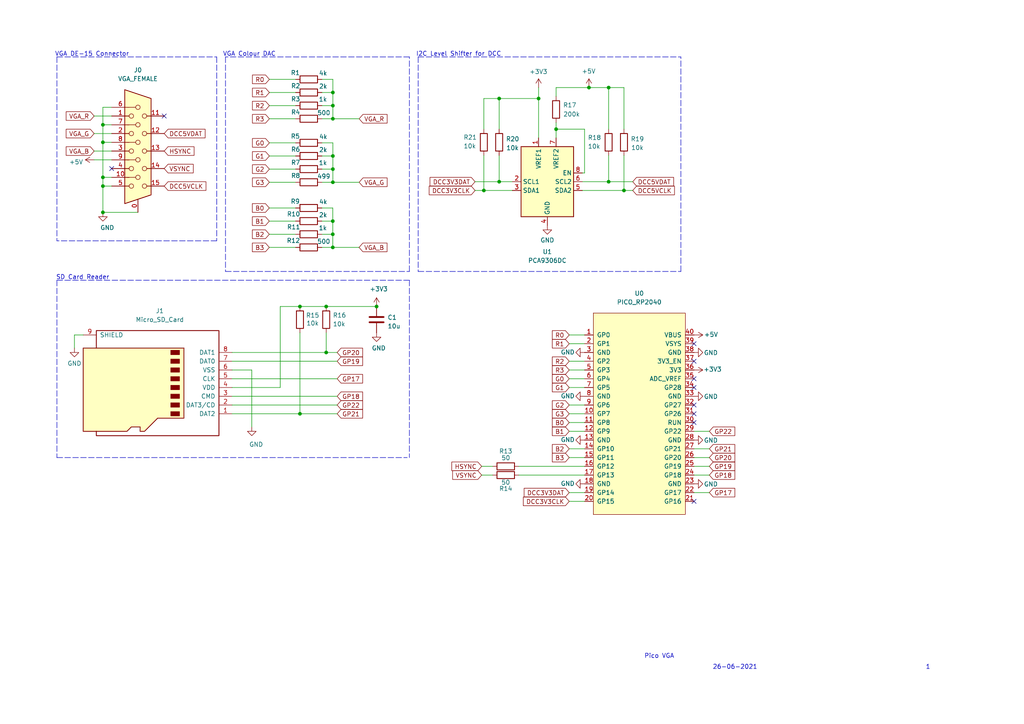
<source format=kicad_sch>
(kicad_sch (version 20201015) (generator eeschema)

  (paper "A4")

  (lib_symbols
    (symbol "Connector:DB15_Female_HighDensity_MountingHoles" (pin_names (offset 1.016) hide) (in_bom yes) (on_board yes)
      (property "Reference" "J" (id 0) (at 0 21.59 0)
        (effects (font (size 1.27 1.27)))
      )
      (property "Value" "DB15_Female_HighDensity_MountingHoles" (id 1) (at 0 19.05 0)
        (effects (font (size 1.27 1.27)))
      )
      (property "Footprint" "" (id 2) (at -24.13 10.16 0)
        (effects (font (size 1.27 1.27)) hide)
      )
      (property "Datasheet" " ~" (id 3) (at -24.13 10.16 0)
        (effects (font (size 1.27 1.27)) hide)
      )
      (property "ki_keywords" "connector db15 female D-SUB VGA" (id 4) (at 0 0 0)
        (effects (font (size 1.27 1.27)) hide)
      )
      (property "ki_description" "15-pin female D-SUB connector, High density (3 columns), Triple Row, Generic, VGA-connector, Mounting Hole" (id 5) (at 0 0 0)
        (effects (font (size 1.27 1.27)) hide)
      )
      (property "ki_fp_filters" "DSUB*Female*" (id 6) (at 0 0 0)
        (effects (font (size 1.27 1.27)) hide)
      )
      (symbol "DB15_Female_HighDensity_MountingHoles_0_1"
        (circle (center -1.905 -10.16) (radius 0.635) (stroke (width 0)) (fill (type none)))
        (circle (center -1.905 -5.08) (radius 0.635) (stroke (width 0)) (fill (type none)))
        (circle (center -1.905 0) (radius 0.635) (stroke (width 0)) (fill (type none)))
        (circle (center -1.905 5.08) (radius 0.635) (stroke (width 0)) (fill (type none)))
        (circle (center -1.905 10.16) (radius 0.635) (stroke (width 0)) (fill (type none)))
        (circle (center 0 -7.62) (radius 0.635) (stroke (width 0)) (fill (type none)))
        (circle (center 0 -2.54) (radius 0.635) (stroke (width 0)) (fill (type none)))
        (circle (center 0 2.54) (radius 0.635) (stroke (width 0)) (fill (type none)))
        (circle (center 0 7.62) (radius 0.635) (stroke (width 0)) (fill (type none)))
        (circle (center 0 12.7) (radius 0.635) (stroke (width 0)) (fill (type none)))
        (circle (center 1.905 -10.16) (radius 0.635) (stroke (width 0)) (fill (type none)))
        (circle (center 1.905 -5.08) (radius 0.635) (stroke (width 0)) (fill (type none)))
        (circle (center 1.905 0) (radius 0.635) (stroke (width 0)) (fill (type none)))
        (circle (center 1.905 5.08) (radius 0.635) (stroke (width 0)) (fill (type none)))
        (circle (center 1.905 10.16) (radius 0.635) (stroke (width 0)) (fill (type none)))
        (polyline
          (pts
            (xy -3.175 7.62)
            (xy -0.635 7.62)
          )
          (stroke (width 0)) (fill (type none))
        )
        (polyline
          (pts
            (xy -0.635 -7.62)
            (xy -3.175 -7.62)
          )
          (stroke (width 0)) (fill (type none))
        )
        (polyline
          (pts
            (xy -0.635 -2.54)
            (xy -3.175 -2.54)
          )
          (stroke (width 0)) (fill (type none))
        )
        (polyline
          (pts
            (xy -0.635 2.54)
            (xy -3.175 2.54)
          )
          (stroke (width 0)) (fill (type none))
        )
        (polyline
          (pts
            (xy -0.635 12.7)
            (xy -3.175 12.7)
          )
          (stroke (width 0)) (fill (type none))
        )
        (polyline
          (pts
            (xy -3.81 17.78)
            (xy -3.81 -15.24)
            (xy 3.81 -12.7)
            (xy 3.81 15.24)
            (xy -3.81 17.78)
          )
          (stroke (width 0.254)) (fill (type background))
        )
      )
      (symbol "DB15_Female_HighDensity_MountingHoles_1_1"
        (pin passive line (at 0 -17.78 90) (length 3.81)
          (name "~" (effects (font (size 1.27 1.27))))
          (number "0" (effects (font (size 1.27 1.27))))
        )
        (pin passive line (at -7.62 10.16 0) (length 5.08)
          (name "~" (effects (font (size 1.27 1.27))))
          (number "1" (effects (font (size 1.27 1.27))))
        )
        (pin passive line (at -7.62 -7.62 0) (length 5.08)
          (name "~" (effects (font (size 1.27 1.27))))
          (number "10" (effects (font (size 1.27 1.27))))
        )
        (pin passive line (at 7.62 10.16 180) (length 5.08)
          (name "~" (effects (font (size 1.27 1.27))))
          (number "11" (effects (font (size 1.27 1.27))))
        )
        (pin passive line (at 7.62 5.08 180) (length 5.08)
          (name "~" (effects (font (size 1.27 1.27))))
          (number "12" (effects (font (size 1.27 1.27))))
        )
        (pin passive line (at 7.62 0 180) (length 5.08)
          (name "~" (effects (font (size 1.27 1.27))))
          (number "13" (effects (font (size 1.27 1.27))))
        )
        (pin passive line (at 7.62 -5.08 180) (length 5.08)
          (name "~" (effects (font (size 1.27 1.27))))
          (number "14" (effects (font (size 1.27 1.27))))
        )
        (pin passive line (at 7.62 -10.16 180) (length 5.08)
          (name "~" (effects (font (size 1.27 1.27))))
          (number "15" (effects (font (size 1.27 1.27))))
        )
        (pin passive line (at -7.62 5.08 0) (length 5.08)
          (name "~" (effects (font (size 1.27 1.27))))
          (number "2" (effects (font (size 1.27 1.27))))
        )
        (pin passive line (at -7.62 0 0) (length 5.08)
          (name "~" (effects (font (size 1.27 1.27))))
          (number "3" (effects (font (size 1.27 1.27))))
        )
        (pin passive line (at -7.62 -5.08 0) (length 5.08)
          (name "~" (effects (font (size 1.27 1.27))))
          (number "4" (effects (font (size 1.27 1.27))))
        )
        (pin passive line (at -7.62 -10.16 0) (length 5.08)
          (name "~" (effects (font (size 1.27 1.27))))
          (number "5" (effects (font (size 1.27 1.27))))
        )
        (pin passive line (at -7.62 12.7 0) (length 5.08)
          (name "~" (effects (font (size 1.27 1.27))))
          (number "6" (effects (font (size 1.27 1.27))))
        )
        (pin passive line (at -7.62 7.62 0) (length 5.08)
          (name "~" (effects (font (size 1.27 1.27))))
          (number "7" (effects (font (size 1.27 1.27))))
        )
        (pin passive line (at -7.62 2.54 0) (length 5.08)
          (name "~" (effects (font (size 1.27 1.27))))
          (number "8" (effects (font (size 1.27 1.27))))
        )
        (pin passive line (at -7.62 -2.54 0) (length 5.08)
          (name "~" (effects (font (size 1.27 1.27))))
          (number "9" (effects (font (size 1.27 1.27))))
        )
      )
    )
    (symbol "Connector:Micro_SD_Card" (pin_names (offset 1.016)) (in_bom yes) (on_board yes)
      (property "Reference" "J" (id 0) (at -16.51 15.24 0)
        (effects (font (size 1.27 1.27)))
      )
      (property "Value" "Micro_SD_Card" (id 1) (at 16.51 15.24 0)
        (effects (font (size 1.27 1.27)) (justify right))
      )
      (property "Footprint" "" (id 2) (at 29.21 7.62 0)
        (effects (font (size 1.27 1.27)) hide)
      )
      (property "Datasheet" "http://katalog.we-online.de/em/datasheet/693072010801.pdf" (id 3) (at 0 0 0)
        (effects (font (size 1.27 1.27)) hide)
      )
      (property "ki_keywords" "connector SD microsd" (id 4) (at 0 0 0)
        (effects (font (size 1.27 1.27)) hide)
      )
      (property "ki_description" "Micro SD Card Socket" (id 5) (at 0 0 0)
        (effects (font (size 1.27 1.27)) hide)
      )
      (property "ki_fp_filters" "microSD*" (id 6) (at 0 0 0)
        (effects (font (size 1.27 1.27)) hide)
      )
      (symbol "Micro_SD_Card_0_1"
        (rectangle (start -7.62 -9.525) (end -5.08 -10.795)
          (stroke (width 0)) (fill (type outline))
        )
        (rectangle (start -7.62 -6.985) (end -5.08 -8.255)
          (stroke (width 0)) (fill (type outline))
        )
        (rectangle (start -7.62 -4.445) (end -5.08 -5.715)
          (stroke (width 0)) (fill (type outline))
        )
        (rectangle (start -7.62 -1.905) (end -5.08 -3.175)
          (stroke (width 0)) (fill (type outline))
        )
        (rectangle (start -7.62 0.635) (end -5.08 -0.635)
          (stroke (width 0)) (fill (type outline))
        )
        (rectangle (start -7.62 3.175) (end -5.08 1.905)
          (stroke (width 0)) (fill (type outline))
        )
        (rectangle (start -7.62 5.715) (end -5.08 4.445)
          (stroke (width 0)) (fill (type outline))
        )
        (rectangle (start -7.62 8.255) (end -5.08 6.985)
          (stroke (width 0)) (fill (type outline))
        )
        (polyline
          (pts
            (xy 16.51 12.7)
            (xy 16.51 13.97)
            (xy -19.05 13.97)
            (xy -19.05 -16.51)
            (xy 16.51 -16.51)
            (xy 16.51 -11.43)
          )
          (stroke (width 0.254)) (fill (type none))
        )
        (polyline
          (pts
            (xy -8.89 -11.43)
            (xy -8.89 8.89)
            (xy -1.27 8.89)
            (xy 2.54 12.7)
            (xy 3.81 12.7)
            (xy 3.81 11.43)
            (xy 6.35 11.43)
            (xy 7.62 12.7)
            (xy 20.32 12.7)
            (xy 20.32 -11.43)
            (xy -8.89 -11.43)
          )
          (stroke (width 0.254)) (fill (type background))
        )
      )
      (symbol "Micro_SD_Card_1_1"
        (pin bidirectional line (at -22.86 7.62 0) (length 3.81)
          (name "DAT2" (effects (font (size 1.27 1.27))))
          (number "1" (effects (font (size 1.27 1.27))))
        )
        (pin bidirectional line (at -22.86 5.08 0) (length 3.81)
          (name "DAT3/CD" (effects (font (size 1.27 1.27))))
          (number "2" (effects (font (size 1.27 1.27))))
        )
        (pin input line (at -22.86 2.54 0) (length 3.81)
          (name "CMD" (effects (font (size 1.27 1.27))))
          (number "3" (effects (font (size 1.27 1.27))))
        )
        (pin power_in line (at -22.86 0 0) (length 3.81)
          (name "VDD" (effects (font (size 1.27 1.27))))
          (number "4" (effects (font (size 1.27 1.27))))
        )
        (pin input line (at -22.86 -2.54 0) (length 3.81)
          (name "CLK" (effects (font (size 1.27 1.27))))
          (number "5" (effects (font (size 1.27 1.27))))
        )
        (pin power_in line (at -22.86 -5.08 0) (length 3.81)
          (name "VSS" (effects (font (size 1.27 1.27))))
          (number "6" (effects (font (size 1.27 1.27))))
        )
        (pin bidirectional line (at -22.86 -7.62 0) (length 3.81)
          (name "DAT0" (effects (font (size 1.27 1.27))))
          (number "7" (effects (font (size 1.27 1.27))))
        )
        (pin bidirectional line (at -22.86 -10.16 0) (length 3.81)
          (name "DAT1" (effects (font (size 1.27 1.27))))
          (number "8" (effects (font (size 1.27 1.27))))
        )
        (pin passive line (at 20.32 -15.24 180) (length 3.81)
          (name "SHIELD" (effects (font (size 1.27 1.27))))
          (number "9" (effects (font (size 1.27 1.27))))
        )
      )
    )
    (symbol "Device:C" (pin_numbers hide) (pin_names (offset 0.254)) (in_bom yes) (on_board yes)
      (property "Reference" "C" (id 0) (at 0.635 2.54 0)
        (effects (font (size 1.27 1.27)) (justify left))
      )
      (property "Value" "C" (id 1) (at 0.635 -2.54 0)
        (effects (font (size 1.27 1.27)) (justify left))
      )
      (property "Footprint" "" (id 2) (at 0.9652 -3.81 0)
        (effects (font (size 1.27 1.27)) hide)
      )
      (property "Datasheet" "~" (id 3) (at 0 0 0)
        (effects (font (size 1.27 1.27)) hide)
      )
      (property "ki_keywords" "cap capacitor" (id 4) (at 0 0 0)
        (effects (font (size 1.27 1.27)) hide)
      )
      (property "ki_description" "Unpolarized capacitor" (id 5) (at 0 0 0)
        (effects (font (size 1.27 1.27)) hide)
      )
      (property "ki_fp_filters" "C_*" (id 6) (at 0 0 0)
        (effects (font (size 1.27 1.27)) hide)
      )
      (symbol "C_0_1"
        (polyline
          (pts
            (xy -2.032 -0.762)
            (xy 2.032 -0.762)
          )
          (stroke (width 0.508)) (fill (type none))
        )
        (polyline
          (pts
            (xy -2.032 0.762)
            (xy 2.032 0.762)
          )
          (stroke (width 0.508)) (fill (type none))
        )
      )
      (symbol "C_1_1"
        (pin passive line (at 0 3.81 270) (length 2.794)
          (name "~" (effects (font (size 1.27 1.27))))
          (number "1" (effects (font (size 1.27 1.27))))
        )
        (pin passive line (at 0 -3.81 90) (length 2.794)
          (name "~" (effects (font (size 1.27 1.27))))
          (number "2" (effects (font (size 1.27 1.27))))
        )
      )
    )
    (symbol "Device:R" (pin_numbers hide) (pin_names (offset 0)) (in_bom yes) (on_board yes)
      (property "Reference" "R" (id 0) (at 2.032 0 90)
        (effects (font (size 1.27 1.27)))
      )
      (property "Value" "R" (id 1) (at 0 0 90)
        (effects (font (size 1.27 1.27)))
      )
      (property "Footprint" "" (id 2) (at -1.778 0 90)
        (effects (font (size 1.27 1.27)) hide)
      )
      (property "Datasheet" "~" (id 3) (at 0 0 0)
        (effects (font (size 1.27 1.27)) hide)
      )
      (property "ki_keywords" "R res resistor" (id 4) (at 0 0 0)
        (effects (font (size 1.27 1.27)) hide)
      )
      (property "ki_description" "Resistor" (id 5) (at 0 0 0)
        (effects (font (size 1.27 1.27)) hide)
      )
      (property "ki_fp_filters" "R_*" (id 6) (at 0 0 0)
        (effects (font (size 1.27 1.27)) hide)
      )
      (symbol "R_0_1"
        (rectangle (start -1.016 -2.54) (end 1.016 2.54)
          (stroke (width 0.254)) (fill (type none))
        )
      )
      (symbol "R_1_1"
        (pin passive line (at 0 3.81 270) (length 1.27)
          (name "~" (effects (font (size 1.27 1.27))))
          (number "1" (effects (font (size 1.27 1.27))))
        )
        (pin passive line (at 0 -3.81 90) (length 1.27)
          (name "~" (effects (font (size 1.27 1.27))))
          (number "2" (effects (font (size 1.27 1.27))))
        )
      )
    )
    (symbol "Interface:PCA9306DC" (in_bom yes) (on_board yes)
      (property "Reference" "U" (id 0) (at -7.62 11.43 0)
        (effects (font (size 1.27 1.27)) (justify left))
      )
      (property "Value" "PCA9306DC" (id 1) (at 3.81 11.43 0)
        (effects (font (size 1.27 1.27)) (justify left))
      )
      (property "Footprint" "Package_SO:VSSOP-8_2.3x2mm_P0.5mm" (id 2) (at 0 -11.43 0)
        (effects (font (size 1.27 1.27)) hide)
      )
      (property "Datasheet" "https://www.nxp.com/docs/en/data-sheet/PCA9306.pdf" (id 3) (at -7.62 11.43 0)
        (effects (font (size 1.27 1.27)) hide)
      )
      (property "ki_keywords" "I2C SMBus" (id 4) (at 0 0 0)
        (effects (font (size 1.27 1.27)) hide)
      )
      (property "ki_description" "Dual bidirectional I2C Bus and SMBus voltage level translator, VSSOP-8" (id 5) (at 0 0 0)
        (effects (font (size 1.27 1.27)) hide)
      )
      (property "ki_fp_filters" "VSSOP*2.3x2mm*P0.5mm*" (id 6) (at 0 0 0)
        (effects (font (size 1.27 1.27)) hide)
      )
      (symbol "PCA9306DC_0_1"
        (rectangle (start -7.62 10.16) (end 7.62 -10.16)
          (stroke (width 0.254)) (fill (type background))
        )
      )
      (symbol "PCA9306DC_1_1"
        (pin power_in line (at -2.54 12.7 270) (length 2.54)
          (name "VREF1" (effects (font (size 1.27 1.27))))
          (number "1" (effects (font (size 1.27 1.27))))
        )
        (pin bidirectional line (at -10.16 0 0) (length 2.54)
          (name "SCL1" (effects (font (size 1.27 1.27))))
          (number "2" (effects (font (size 1.27 1.27))))
        )
        (pin bidirectional line (at -10.16 -2.54 0) (length 2.54)
          (name "SDA1" (effects (font (size 1.27 1.27))))
          (number "3" (effects (font (size 1.27 1.27))))
        )
        (pin power_in line (at 0 -12.7 90) (length 2.54)
          (name "GND" (effects (font (size 1.27 1.27))))
          (number "4" (effects (font (size 1.27 1.27))))
        )
        (pin bidirectional line (at 10.16 -2.54 180) (length 2.54)
          (name "SDA2" (effects (font (size 1.27 1.27))))
          (number "5" (effects (font (size 1.27 1.27))))
        )
        (pin bidirectional line (at 10.16 0 180) (length 2.54)
          (name "SCL2" (effects (font (size 1.27 1.27))))
          (number "6" (effects (font (size 1.27 1.27))))
        )
        (pin power_in line (at 2.54 12.7 270) (length 2.54)
          (name "VREF2" (effects (font (size 1.27 1.27))))
          (number "7" (effects (font (size 1.27 1.27))))
        )
        (pin input line (at 10.16 2.54 180) (length 2.54)
          (name "EN" (effects (font (size 1.27 1.27))))
          (number "8" (effects (font (size 1.27 1.27))))
        )
      )
    )
    (symbol "pico_rp2040:PICO_RP2040" (pin_names (offset 1.016)) (in_bom yes) (on_board yes)
      (property "Reference" "U" (id 0) (at -2.54 36.83 0)
        (effects (font (size 1.27 1.27)))
      )
      (property "Value" "PICO_RP2040" (id 1) (at -1.27 33.02 0)
        (effects (font (size 1.27 1.27)))
      )
      (property "Footprint" "" (id 2) (at -2.54 36.83 0)
        (effects (font (size 1.27 1.27)) hide)
      )
      (property "Datasheet" "" (id 3) (at -2.54 36.83 0)
        (effects (font (size 1.27 1.27)) hide)
      )
      (symbol "PICO_RP2040_0_1"
        (polyline
          (pts
            (xy -13.97 30.48)
            (xy 12.7 30.48)
            (xy 12.7 -27.94)
            (xy -13.97 -27.94)
            (xy -13.97 30.48)
          )
          (stroke (width 0)) (fill (type background))
        )
      )
      (symbol "PICO_RP2040_1_1"
        (pin tri_state line (at -16.51 24.13 0) (length 2.54)
          (name "GP0" (effects (font (size 1.27 1.27))))
          (number "1" (effects (font (size 1.27 1.27))))
        )
        (pin tri_state line (at -16.51 1.27 0) (length 2.54)
          (name "GP7" (effects (font (size 1.27 1.27))))
          (number "10" (effects (font (size 1.27 1.27))))
        )
        (pin tri_state line (at -16.51 -1.27 0) (length 2.54)
          (name "GP8" (effects (font (size 1.27 1.27))))
          (number "11" (effects (font (size 1.27 1.27))))
        )
        (pin tri_state line (at -16.51 -3.81 0) (length 2.54)
          (name "GP9" (effects (font (size 1.27 1.27))))
          (number "12" (effects (font (size 1.27 1.27))))
        )
        (pin input line (at -16.51 -6.35 0) (length 2.54)
          (name "GND" (effects (font (size 1.27 1.27))))
          (number "13" (effects (font (size 1.27 1.27))))
        )
        (pin tri_state line (at -16.51 -8.89 0) (length 2.54)
          (name "GP10" (effects (font (size 1.27 1.27))))
          (number "14" (effects (font (size 1.27 1.27))))
        )
        (pin tri_state line (at -16.51 -11.43 0) (length 2.54)
          (name "GP11" (effects (font (size 1.27 1.27))))
          (number "15" (effects (font (size 1.27 1.27))))
        )
        (pin tri_state line (at -16.51 -13.97 0) (length 2.54)
          (name "GP12" (effects (font (size 1.27 1.27))))
          (number "16" (effects (font (size 1.27 1.27))))
        )
        (pin tri_state line (at -16.51 -16.51 0) (length 2.54)
          (name "GP13" (effects (font (size 1.27 1.27))))
          (number "17" (effects (font (size 1.27 1.27))))
        )
        (pin input line (at -16.51 -19.05 0) (length 2.54)
          (name "GND" (effects (font (size 1.27 1.27))))
          (number "18" (effects (font (size 1.27 1.27))))
        )
        (pin tri_state line (at -16.51 -21.59 0) (length 2.54)
          (name "GP14" (effects (font (size 1.27 1.27))))
          (number "19" (effects (font (size 1.27 1.27))))
        )
        (pin tri_state line (at -16.51 21.59 0) (length 2.54)
          (name "GP1" (effects (font (size 1.27 1.27))))
          (number "2" (effects (font (size 1.27 1.27))))
        )
        (pin tri_state line (at -16.51 -24.13 0) (length 2.54)
          (name "GP15" (effects (font (size 1.27 1.27))))
          (number "20" (effects (font (size 1.27 1.27))))
        )
        (pin tri_state line (at 15.24 -24.13 180) (length 2.54)
          (name "GP16" (effects (font (size 1.27 1.27))))
          (number "21" (effects (font (size 1.27 1.27))))
        )
        (pin tri_state line (at 15.24 -21.59 180) (length 2.54)
          (name "GP17" (effects (font (size 1.27 1.27))))
          (number "22" (effects (font (size 1.27 1.27))))
        )
        (pin input line (at 15.24 -19.05 180) (length 2.54)
          (name "GND" (effects (font (size 1.27 1.27))))
          (number "23" (effects (font (size 1.27 1.27))))
        )
        (pin tri_state line (at 15.24 -16.51 180) (length 2.54)
          (name "GP18" (effects (font (size 1.27 1.27))))
          (number "24" (effects (font (size 1.27 1.27))))
        )
        (pin tri_state line (at 15.24 -13.97 180) (length 2.54)
          (name "GP19" (effects (font (size 1.27 1.27))))
          (number "25" (effects (font (size 1.27 1.27))))
        )
        (pin tri_state line (at 15.24 -11.43 180) (length 2.54)
          (name "GP20" (effects (font (size 1.27 1.27))))
          (number "26" (effects (font (size 1.27 1.27))))
        )
        (pin tri_state line (at 15.24 -8.89 180) (length 2.54)
          (name "GP21" (effects (font (size 1.27 1.27))))
          (number "27" (effects (font (size 1.27 1.27))))
        )
        (pin input line (at 15.24 -6.35 180) (length 2.54)
          (name "GND" (effects (font (size 1.27 1.27))))
          (number "28" (effects (font (size 1.27 1.27))))
        )
        (pin tri_state line (at 15.24 -3.81 180) (length 2.54)
          (name "GP22" (effects (font (size 1.27 1.27))))
          (number "29" (effects (font (size 1.27 1.27))))
        )
        (pin input line (at -16.51 19.05 0) (length 2.54)
          (name "GND" (effects (font (size 1.27 1.27))))
          (number "3" (effects (font (size 1.27 1.27))))
        )
        (pin input line (at 15.24 -1.27 180) (length 2.54)
          (name "RUN" (effects (font (size 1.27 1.27))))
          (number "30" (effects (font (size 1.27 1.27))))
        )
        (pin tri_state line (at 15.24 1.27 180) (length 2.54)
          (name "GP26" (effects (font (size 1.27 1.27))))
          (number "31" (effects (font (size 1.27 1.27))))
        )
        (pin tri_state line (at 15.24 3.81 180) (length 2.54)
          (name "GP27" (effects (font (size 1.27 1.27))))
          (number "32" (effects (font (size 1.27 1.27))))
        )
        (pin input line (at 15.24 6.35 180) (length 2.54)
          (name "GND" (effects (font (size 1.27 1.27))))
          (number "33" (effects (font (size 1.27 1.27))))
        )
        (pin tri_state line (at 15.24 8.89 180) (length 2.54)
          (name "GP28" (effects (font (size 1.27 1.27))))
          (number "34" (effects (font (size 1.27 1.27))))
        )
        (pin power_out line (at 15.24 11.43 180) (length 2.54)
          (name "ADC_VREF" (effects (font (size 1.27 1.27))))
          (number "35" (effects (font (size 1.27 1.27))))
        )
        (pin power_out line (at 15.24 13.97 180) (length 2.54)
          (name "3V3" (effects (font (size 1.27 1.27))))
          (number "36" (effects (font (size 1.27 1.27))))
        )
        (pin power_out line (at 15.24 16.51 180) (length 2.54)
          (name "3V3_EN" (effects (font (size 1.27 1.27))))
          (number "37" (effects (font (size 1.27 1.27))))
        )
        (pin input line (at 15.24 19.05 180) (length 2.54)
          (name "GND" (effects (font (size 1.27 1.27))))
          (number "38" (effects (font (size 1.27 1.27))))
        )
        (pin input line (at 15.24 21.59 180) (length 2.54)
          (name "VSYS" (effects (font (size 1.27 1.27))))
          (number "39" (effects (font (size 1.27 1.27))))
        )
        (pin tri_state line (at -16.51 16.51 0) (length 2.54)
          (name "GP2" (effects (font (size 1.27 1.27))))
          (number "4" (effects (font (size 1.27 1.27))))
        )
        (pin input line (at 15.24 24.13 180) (length 2.54)
          (name "VBUS" (effects (font (size 1.27 1.27))))
          (number "40" (effects (font (size 1.27 1.27))))
        )
        (pin tri_state line (at -16.51 13.97 0) (length 2.54)
          (name "GP3" (effects (font (size 1.27 1.27))))
          (number "5" (effects (font (size 1.27 1.27))))
        )
        (pin tri_state line (at -16.51 11.43 0) (length 2.54)
          (name "GP4" (effects (font (size 1.27 1.27))))
          (number "6" (effects (font (size 1.27 1.27))))
        )
        (pin tri_state line (at -16.51 8.89 0) (length 2.54)
          (name "GP5" (effects (font (size 1.27 1.27))))
          (number "7" (effects (font (size 1.27 1.27))))
        )
        (pin input line (at -16.51 6.35 0) (length 2.54)
          (name "GND" (effects (font (size 1.27 1.27))))
          (number "8" (effects (font (size 1.27 1.27))))
        )
        (pin tri_state line (at -16.51 3.81 0) (length 2.54)
          (name "GP6" (effects (font (size 1.27 1.27))))
          (number "9" (effects (font (size 1.27 1.27))))
        )
      )
    )
    (symbol "power:+3V3" (power) (pin_names (offset 0)) (in_bom yes) (on_board yes)
      (property "Reference" "#PWR" (id 0) (at 0 -3.81 0)
        (effects (font (size 1.27 1.27)) hide)
      )
      (property "Value" "+3V3" (id 1) (at 0 3.556 0)
        (effects (font (size 1.27 1.27)))
      )
      (property "Footprint" "" (id 2) (at 0 0 0)
        (effects (font (size 1.27 1.27)) hide)
      )
      (property "Datasheet" "" (id 3) (at 0 0 0)
        (effects (font (size 1.27 1.27)) hide)
      )
      (property "ki_keywords" "power-flag" (id 4) (at 0 0 0)
        (effects (font (size 1.27 1.27)) hide)
      )
      (property "ki_description" "Power symbol creates a global label with name \"+3V3\"" (id 5) (at 0 0 0)
        (effects (font (size 1.27 1.27)) hide)
      )
      (symbol "+3V3_0_1"
        (polyline
          (pts
            (xy -0.762 1.27)
            (xy 0 2.54)
          )
          (stroke (width 0)) (fill (type none))
        )
        (polyline
          (pts
            (xy 0 0)
            (xy 0 2.54)
          )
          (stroke (width 0)) (fill (type none))
        )
        (polyline
          (pts
            (xy 0 2.54)
            (xy 0.762 1.27)
          )
          (stroke (width 0)) (fill (type none))
        )
      )
      (symbol "+3V3_1_1"
        (pin power_in line (at 0 0 90) (length 0) hide
          (name "+3V3" (effects (font (size 1.27 1.27))))
          (number "1" (effects (font (size 1.27 1.27))))
        )
      )
    )
    (symbol "power:+5V" (power) (pin_names (offset 0)) (in_bom yes) (on_board yes)
      (property "Reference" "#PWR" (id 0) (at 0 -3.81 0)
        (effects (font (size 1.27 1.27)) hide)
      )
      (property "Value" "+5V" (id 1) (at 0 3.556 0)
        (effects (font (size 1.27 1.27)))
      )
      (property "Footprint" "" (id 2) (at 0 0 0)
        (effects (font (size 1.27 1.27)) hide)
      )
      (property "Datasheet" "" (id 3) (at 0 0 0)
        (effects (font (size 1.27 1.27)) hide)
      )
      (property "ki_keywords" "power-flag" (id 4) (at 0 0 0)
        (effects (font (size 1.27 1.27)) hide)
      )
      (property "ki_description" "Power symbol creates a global label with name \"+5V\"" (id 5) (at 0 0 0)
        (effects (font (size 1.27 1.27)) hide)
      )
      (symbol "+5V_0_1"
        (polyline
          (pts
            (xy -0.762 1.27)
            (xy 0 2.54)
          )
          (stroke (width 0)) (fill (type none))
        )
        (polyline
          (pts
            (xy 0 0)
            (xy 0 2.54)
          )
          (stroke (width 0)) (fill (type none))
        )
        (polyline
          (pts
            (xy 0 2.54)
            (xy 0.762 1.27)
          )
          (stroke (width 0)) (fill (type none))
        )
      )
      (symbol "+5V_1_1"
        (pin power_in line (at 0 0 90) (length 0) hide
          (name "+5V" (effects (font (size 1.27 1.27))))
          (number "1" (effects (font (size 1.27 1.27))))
        )
      )
    )
    (symbol "power:GND" (power) (pin_names (offset 0)) (in_bom yes) (on_board yes)
      (property "Reference" "#PWR" (id 0) (at 0 -6.35 0)
        (effects (font (size 1.27 1.27)) hide)
      )
      (property "Value" "GND" (id 1) (at 0 -3.81 0)
        (effects (font (size 1.27 1.27)))
      )
      (property "Footprint" "" (id 2) (at 0 0 0)
        (effects (font (size 1.27 1.27)) hide)
      )
      (property "Datasheet" "" (id 3) (at 0 0 0)
        (effects (font (size 1.27 1.27)) hide)
      )
      (property "ki_keywords" "power-flag" (id 4) (at 0 0 0)
        (effects (font (size 1.27 1.27)) hide)
      )
      (property "ki_description" "Power symbol creates a global label with name \"GND\" , ground" (id 5) (at 0 0 0)
        (effects (font (size 1.27 1.27)) hide)
      )
      (symbol "GND_0_1"
        (polyline
          (pts
            (xy 0 0)
            (xy 0 -1.27)
            (xy 1.27 -1.27)
            (xy 0 -2.54)
            (xy -1.27 -1.27)
            (xy 0 -1.27)
          )
          (stroke (width 0)) (fill (type none))
        )
      )
      (symbol "GND_1_1"
        (pin power_in line (at 0 0 270) (length 0) hide
          (name "GND" (effects (font (size 1.27 1.27))))
          (number "1" (effects (font (size 1.27 1.27))))
        )
      )
    )
  )

  (junction (at 29.845 36.195) (diameter 0.9144) (color 0 0 0 0))
  (junction (at 29.845 41.275) (diameter 0.9144) (color 0 0 0 0))
  (junction (at 29.845 51.435) (diameter 0.9144) (color 0 0 0 0))
  (junction (at 29.845 53.975) (diameter 0.9144) (color 0 0 0 0))
  (junction (at 29.845 61.595) (diameter 0.9144) (color 0 0 0 0))
  (junction (at 86.995 88.9) (diameter 0.9144) (color 0 0 0 0))
  (junction (at 86.995 120.015) (diameter 0.9144) (color 0 0 0 0))
  (junction (at 94.615 88.9) (diameter 0.9144) (color 0 0 0 0))
  (junction (at 94.615 102.235) (diameter 0.9144) (color 0 0 0 0))
  (junction (at 96.52 64.135) (diameter 0.9144) (color 0 0 0 0))
  (junction (at 96.52 67.945) (diameter 0.9144) (color 0 0 0 0))
  (junction (at 96.52 71.755) (diameter 0.9144) (color 0 0 0 0))
  (junction (at 96.5455 26.8272) (diameter 0.9144) (color 0 0 0 0))
  (junction (at 96.5455 30.6372) (diameter 0.9144) (color 0 0 0 0))
  (junction (at 96.5455 34.4472) (diameter 0.9144) (color 0 0 0 0))
  (junction (at 96.5455 45.2422) (diameter 0.9144) (color 0 0 0 0))
  (junction (at 96.5455 49.0522) (diameter 0.9144) (color 0 0 0 0))
  (junction (at 96.5455 52.8622) (diameter 0.9144) (color 0 0 0 0))
  (junction (at 109.22 88.9) (diameter 0.9144) (color 0 0 0 0))
  (junction (at 140.335 55.245) (diameter 0.9144) (color 0 0 0 0))
  (junction (at 144.78 28.575) (diameter 0.9144) (color 0 0 0 0))
  (junction (at 144.78 52.705) (diameter 0.9144) (color 0 0 0 0))
  (junction (at 156.21 28.575) (diameter 0.9144) (color 0 0 0 0))
  (junction (at 161.29 37.465) (diameter 0.9144) (color 0 0 0 0))
  (junction (at 170.815 25.4) (diameter 0.9144) (color 0 0 0 0))
  (junction (at 176.53 25.4) (diameter 0.9144) (color 0 0 0 0))
  (junction (at 176.53 52.705) (diameter 0.9144) (color 0 0 0 0))
  (junction (at 180.975 55.245) (diameter 0.9144) (color 0 0 0 0))

  (no_connect (at 201.295 117.475))
  (no_connect (at 47.625 33.655))
  (no_connect (at 201.295 104.775))
  (no_connect (at 201.295 99.695))
  (no_connect (at 201.295 145.415))
  (no_connect (at 201.295 109.855))
  (no_connect (at 201.295 112.395))
  (no_connect (at 32.385 48.895))
  (no_connect (at 201.295 120.015))
  (no_connect (at 201.295 122.555))

  (wire (pts (xy 21.59 97.155) (xy 21.59 100.965))
    (stroke (width 0) (type solid) (color 0 0 0 0))
  )
  (wire (pts (xy 24.13 97.155) (xy 21.59 97.155))
    (stroke (width 0) (type solid) (color 0 0 0 0))
  )
  (wire (pts (xy 27.305 33.655) (xy 32.385 33.655))
    (stroke (width 0) (type solid) (color 0 0 0 0))
  )
  (wire (pts (xy 27.305 38.735) (xy 32.385 38.735))
    (stroke (width 0) (type solid) (color 0 0 0 0))
  )
  (wire (pts (xy 27.305 43.815) (xy 32.385 43.815))
    (stroke (width 0) (type solid) (color 0 0 0 0))
  )
  (wire (pts (xy 27.305 46.355) (xy 32.385 46.355))
    (stroke (width 0) (type solid) (color 0 0 0 0))
  )
  (wire (pts (xy 29.845 31.115) (xy 29.845 36.195))
    (stroke (width 0) (type solid) (color 0 0 0 0))
  )
  (wire (pts (xy 29.845 36.195) (xy 29.845 41.275))
    (stroke (width 0) (type solid) (color 0 0 0 0))
  )
  (wire (pts (xy 29.845 36.195) (xy 32.385 36.195))
    (stroke (width 0) (type solid) (color 0 0 0 0))
  )
  (wire (pts (xy 29.845 41.275) (xy 29.845 51.435))
    (stroke (width 0) (type solid) (color 0 0 0 0))
  )
  (wire (pts (xy 29.845 41.275) (xy 32.385 41.275))
    (stroke (width 0) (type solid) (color 0 0 0 0))
  )
  (wire (pts (xy 29.845 51.435) (xy 29.845 53.975))
    (stroke (width 0) (type solid) (color 0 0 0 0))
  )
  (wire (pts (xy 29.845 51.435) (xy 32.385 51.435))
    (stroke (width 0) (type solid) (color 0 0 0 0))
  )
  (wire (pts (xy 29.845 53.975) (xy 29.845 61.595))
    (stroke (width 0) (type solid) (color 0 0 0 0))
  )
  (wire (pts (xy 29.845 53.975) (xy 32.385 53.975))
    (stroke (width 0) (type solid) (color 0 0 0 0))
  )
  (wire (pts (xy 32.385 31.115) (xy 29.845 31.115))
    (stroke (width 0) (type solid) (color 0 0 0 0))
  )
  (wire (pts (xy 40.005 61.595) (xy 29.845 61.595))
    (stroke (width 0) (type solid) (color 0 0 0 0))
  )
  (wire (pts (xy 67.31 102.235) (xy 94.615 102.235))
    (stroke (width 0) (type solid) (color 0 0 0 0))
  )
  (wire (pts (xy 67.31 104.775) (xy 97.79 104.775))
    (stroke (width 0) (type solid) (color 0 0 0 0))
  )
  (wire (pts (xy 67.31 107.315) (xy 73.025 107.315))
    (stroke (width 0) (type solid) (color 0 0 0 0))
  )
  (wire (pts (xy 67.31 109.855) (xy 97.79 109.855))
    (stroke (width 0) (type solid) (color 0 0 0 0))
  )
  (wire (pts (xy 67.31 112.395) (xy 81.28 112.395))
    (stroke (width 0) (type solid) (color 0 0 0 0))
  )
  (wire (pts (xy 67.31 114.935) (xy 97.79 114.935))
    (stroke (width 0) (type solid) (color 0 0 0 0))
  )
  (wire (pts (xy 67.31 117.475) (xy 97.79 117.475))
    (stroke (width 0) (type solid) (color 0 0 0 0))
  )
  (wire (pts (xy 67.31 120.015) (xy 86.995 120.015))
    (stroke (width 0) (type solid) (color 0 0 0 0))
  )
  (wire (pts (xy 73.025 107.315) (xy 73.025 123.825))
    (stroke (width 0) (type solid) (color 0 0 0 0))
  )
  (wire (pts (xy 78.105 60.325) (xy 85.725 60.325))
    (stroke (width 0) (type solid) (color 0 0 0 0))
  )
  (wire (pts (xy 78.105 64.135) (xy 85.725 64.135))
    (stroke (width 0) (type solid) (color 0 0 0 0))
  )
  (wire (pts (xy 78.105 67.945) (xy 85.725 67.945))
    (stroke (width 0) (type solid) (color 0 0 0 0))
  )
  (wire (pts (xy 78.105 71.755) (xy 85.725 71.755))
    (stroke (width 0) (type solid) (color 0 0 0 0))
  )
  (wire (pts (xy 78.1305 23.0172) (xy 85.7505 23.0172))
    (stroke (width 0) (type solid) (color 0 0 0 0))
  )
  (wire (pts (xy 78.1305 26.8272) (xy 85.7505 26.8272))
    (stroke (width 0) (type solid) (color 0 0 0 0))
  )
  (wire (pts (xy 78.1305 30.6372) (xy 85.7505 30.6372))
    (stroke (width 0) (type solid) (color 0 0 0 0))
  )
  (wire (pts (xy 78.1305 34.4472) (xy 85.7505 34.4472))
    (stroke (width 0) (type solid) (color 0 0 0 0))
  )
  (wire (pts (xy 78.1305 41.4322) (xy 85.7505 41.4322))
    (stroke (width 0) (type solid) (color 0 0 0 0))
  )
  (wire (pts (xy 78.1305 45.2422) (xy 85.7505 45.2422))
    (stroke (width 0) (type solid) (color 0 0 0 0))
  )
  (wire (pts (xy 78.1305 49.0522) (xy 85.7505 49.0522))
    (stroke (width 0) (type solid) (color 0 0 0 0))
  )
  (wire (pts (xy 78.1305 52.8622) (xy 85.7505 52.8622))
    (stroke (width 0) (type solid) (color 0 0 0 0))
  )
  (wire (pts (xy 81.28 88.9) (xy 81.28 112.395))
    (stroke (width 0) (type solid) (color 0 0 0 0))
  )
  (wire (pts (xy 81.28 88.9) (xy 86.995 88.9))
    (stroke (width 0) (type solid) (color 0 0 0 0))
  )
  (wire (pts (xy 86.995 88.9) (xy 94.615 88.9))
    (stroke (width 0) (type solid) (color 0 0 0 0))
  )
  (wire (pts (xy 86.995 96.52) (xy 86.995 120.015))
    (stroke (width 0) (type solid) (color 0 0 0 0))
  )
  (wire (pts (xy 86.995 120.015) (xy 97.79 120.015))
    (stroke (width 0) (type solid) (color 0 0 0 0))
  )
  (wire (pts (xy 93.345 60.325) (xy 96.52 60.325))
    (stroke (width 0) (type solid) (color 0 0 0 0))
  )
  (wire (pts (xy 93.345 64.135) (xy 96.52 64.135))
    (stroke (width 0) (type solid) (color 0 0 0 0))
  )
  (wire (pts (xy 93.345 67.945) (xy 96.52 67.945))
    (stroke (width 0) (type solid) (color 0 0 0 0))
  )
  (wire (pts (xy 93.345 71.755) (xy 96.52 71.755))
    (stroke (width 0) (type solid) (color 0 0 0 0))
  )
  (wire (pts (xy 93.3705 23.0172) (xy 96.5455 23.0172))
    (stroke (width 0) (type solid) (color 0 0 0 0))
  )
  (wire (pts (xy 93.3705 26.8272) (xy 96.5455 26.8272))
    (stroke (width 0) (type solid) (color 0 0 0 0))
  )
  (wire (pts (xy 93.3705 30.6372) (xy 96.5455 30.6372))
    (stroke (width 0) (type solid) (color 0 0 0 0))
  )
  (wire (pts (xy 93.3705 34.4472) (xy 96.5455 34.4472))
    (stroke (width 0) (type solid) (color 0 0 0 0))
  )
  (wire (pts (xy 93.3705 41.4322) (xy 96.5455 41.4322))
    (stroke (width 0) (type solid) (color 0 0 0 0))
  )
  (wire (pts (xy 93.3705 45.2422) (xy 96.5455 45.2422))
    (stroke (width 0) (type solid) (color 0 0 0 0))
  )
  (wire (pts (xy 93.3705 49.0522) (xy 96.5455 49.0522))
    (stroke (width 0) (type solid) (color 0 0 0 0))
  )
  (wire (pts (xy 93.3705 52.8622) (xy 96.5455 52.8622))
    (stroke (width 0) (type solid) (color 0 0 0 0))
  )
  (wire (pts (xy 94.615 88.9) (xy 109.22 88.9))
    (stroke (width 0) (type solid) (color 0 0 0 0))
  )
  (wire (pts (xy 94.615 96.52) (xy 94.615 102.235))
    (stroke (width 0) (type solid) (color 0 0 0 0))
  )
  (wire (pts (xy 94.615 102.235) (xy 97.79 102.235))
    (stroke (width 0) (type solid) (color 0 0 0 0))
  )
  (wire (pts (xy 96.52 60.325) (xy 96.52 64.135))
    (stroke (width 0) (type solid) (color 0 0 0 0))
  )
  (wire (pts (xy 96.52 64.135) (xy 96.52 67.945))
    (stroke (width 0) (type solid) (color 0 0 0 0))
  )
  (wire (pts (xy 96.52 67.945) (xy 96.52 71.755))
    (stroke (width 0) (type solid) (color 0 0 0 0))
  )
  (wire (pts (xy 96.52 71.755) (xy 104.14 71.755))
    (stroke (width 0) (type solid) (color 0 0 0 0))
  )
  (wire (pts (xy 96.5455 23.0172) (xy 96.5455 26.8272))
    (stroke (width 0) (type solid) (color 0 0 0 0))
  )
  (wire (pts (xy 96.5455 26.8272) (xy 96.5455 30.6372))
    (stroke (width 0) (type solid) (color 0 0 0 0))
  )
  (wire (pts (xy 96.5455 30.6372) (xy 96.5455 34.4472))
    (stroke (width 0) (type solid) (color 0 0 0 0))
  )
  (wire (pts (xy 96.5455 34.4472) (xy 104.1655 34.4472))
    (stroke (width 0) (type solid) (color 0 0 0 0))
  )
  (wire (pts (xy 96.5455 41.4322) (xy 96.5455 45.2422))
    (stroke (width 0) (type solid) (color 0 0 0 0))
  )
  (wire (pts (xy 96.5455 45.2422) (xy 96.5455 49.0522))
    (stroke (width 0) (type solid) (color 0 0 0 0))
  )
  (wire (pts (xy 96.5455 49.0522) (xy 96.5455 52.8622))
    (stroke (width 0) (type solid) (color 0 0 0 0))
  )
  (wire (pts (xy 96.5455 52.8622) (xy 104.1655 52.8622))
    (stroke (width 0) (type solid) (color 0 0 0 0))
  )
  (wire (pts (xy 137.795 52.705) (xy 144.78 52.705))
    (stroke (width 0) (type solid) (color 0 0 0 0))
  )
  (wire (pts (xy 137.795 55.245) (xy 140.335 55.245))
    (stroke (width 0) (type solid) (color 0 0 0 0))
  )
  (wire (pts (xy 139.7 135.255) (xy 142.875 135.255))
    (stroke (width 0) (type solid) (color 0 0 0 0))
  )
  (wire (pts (xy 139.7 137.795) (xy 142.875 137.795))
    (stroke (width 0) (type solid) (color 0 0 0 0))
  )
  (wire (pts (xy 140.335 28.575) (xy 140.335 37.465))
    (stroke (width 0) (type solid) (color 0 0 0 0))
  )
  (wire (pts (xy 140.335 28.575) (xy 144.78 28.575))
    (stroke (width 0) (type solid) (color 0 0 0 0))
  )
  (wire (pts (xy 140.335 45.085) (xy 140.335 55.245))
    (stroke (width 0) (type solid) (color 0 0 0 0))
  )
  (wire (pts (xy 140.335 55.245) (xy 148.59 55.245))
    (stroke (width 0) (type solid) (color 0 0 0 0))
  )
  (wire (pts (xy 144.78 28.575) (xy 144.78 37.465))
    (stroke (width 0) (type solid) (color 0 0 0 0))
  )
  (wire (pts (xy 144.78 45.085) (xy 144.78 52.705))
    (stroke (width 0) (type solid) (color 0 0 0 0))
  )
  (wire (pts (xy 144.78 52.705) (xy 148.59 52.705))
    (stroke (width 0) (type solid) (color 0 0 0 0))
  )
  (wire (pts (xy 150.495 135.255) (xy 169.545 135.255))
    (stroke (width 0) (type solid) (color 0 0 0 0))
  )
  (wire (pts (xy 150.495 137.795) (xy 169.545 137.795))
    (stroke (width 0) (type solid) (color 0 0 0 0))
  )
  (wire (pts (xy 156.21 25.4) (xy 156.21 28.575))
    (stroke (width 0) (type solid) (color 0 0 0 0))
  )
  (wire (pts (xy 156.21 28.575) (xy 144.78 28.575))
    (stroke (width 0) (type solid) (color 0 0 0 0))
  )
  (wire (pts (xy 156.21 28.575) (xy 156.21 40.005))
    (stroke (width 0) (type solid) (color 0 0 0 0))
  )
  (wire (pts (xy 161.29 25.4) (xy 170.815 25.4))
    (stroke (width 0) (type solid) (color 0 0 0 0))
  )
  (wire (pts (xy 161.29 27.94) (xy 161.29 25.4))
    (stroke (width 0) (type solid) (color 0 0 0 0))
  )
  (wire (pts (xy 161.29 35.56) (xy 161.29 37.465))
    (stroke (width 0) (type solid) (color 0 0 0 0))
  )
  (wire (pts (xy 161.29 37.465) (xy 161.29 40.005))
    (stroke (width 0) (type solid) (color 0 0 0 0))
  )
  (wire (pts (xy 161.29 37.465) (xy 169.545 37.465))
    (stroke (width 0) (type solid) (color 0 0 0 0))
  )
  (wire (pts (xy 165.1 97.155) (xy 169.545 97.155))
    (stroke (width 0) (type solid) (color 0 0 0 0))
  )
  (wire (pts (xy 165.1 99.695) (xy 169.545 99.695))
    (stroke (width 0) (type solid) (color 0 0 0 0))
  )
  (wire (pts (xy 165.1 104.775) (xy 169.545 104.775))
    (stroke (width 0) (type solid) (color 0 0 0 0))
  )
  (wire (pts (xy 165.1 107.315) (xy 169.545 107.315))
    (stroke (width 0) (type solid) (color 0 0 0 0))
  )
  (wire (pts (xy 165.1 109.855) (xy 169.545 109.855))
    (stroke (width 0) (type solid) (color 0 0 0 0))
  )
  (wire (pts (xy 165.1 112.395) (xy 169.545 112.395))
    (stroke (width 0) (type solid) (color 0 0 0 0))
  )
  (wire (pts (xy 165.1 117.475) (xy 169.545 117.475))
    (stroke (width 0) (type solid) (color 0 0 0 0))
  )
  (wire (pts (xy 165.1 120.015) (xy 169.545 120.015))
    (stroke (width 0) (type solid) (color 0 0 0 0))
  )
  (wire (pts (xy 165.1 122.555) (xy 169.545 122.555))
    (stroke (width 0) (type solid) (color 0 0 0 0))
  )
  (wire (pts (xy 165.1 125.095) (xy 169.545 125.095))
    (stroke (width 0) (type solid) (color 0 0 0 0))
  )
  (wire (pts (xy 165.1 130.175) (xy 169.545 130.175))
    (stroke (width 0) (type solid) (color 0 0 0 0))
  )
  (wire (pts (xy 165.1 132.715) (xy 169.545 132.715))
    (stroke (width 0) (type solid) (color 0 0 0 0))
  )
  (wire (pts (xy 165.1 142.875) (xy 169.545 142.875))
    (stroke (width 0) (type solid) (color 0 0 0 0))
  )
  (wire (pts (xy 165.1 145.415) (xy 169.545 145.415))
    (stroke (width 0) (type solid) (color 0 0 0 0))
  )
  (wire (pts (xy 168.91 50.165) (xy 169.545 50.165))
    (stroke (width 0) (type solid) (color 0 0 0 0))
  )
  (wire (pts (xy 168.91 52.705) (xy 176.53 52.705))
    (stroke (width 0) (type solid) (color 0 0 0 0))
  )
  (wire (pts (xy 168.91 55.245) (xy 180.975 55.245))
    (stroke (width 0) (type solid) (color 0 0 0 0))
  )
  (wire (pts (xy 169.545 50.165) (xy 169.545 37.465))
    (stroke (width 0) (type solid) (color 0 0 0 0))
  )
  (wire (pts (xy 170.815 25.4) (xy 176.53 25.4))
    (stroke (width 0) (type solid) (color 0 0 0 0))
  )
  (wire (pts (xy 176.53 25.4) (xy 176.53 37.465))
    (stroke (width 0) (type solid) (color 0 0 0 0))
  )
  (wire (pts (xy 176.53 25.4) (xy 180.975 25.4))
    (stroke (width 0) (type solid) (color 0 0 0 0))
  )
  (wire (pts (xy 176.53 45.085) (xy 176.53 52.705))
    (stroke (width 0) (type solid) (color 0 0 0 0))
  )
  (wire (pts (xy 176.53 52.705) (xy 183.515 52.705))
    (stroke (width 0) (type solid) (color 0 0 0 0))
  )
  (wire (pts (xy 180.975 25.4) (xy 180.975 37.465))
    (stroke (width 0) (type solid) (color 0 0 0 0))
  )
  (wire (pts (xy 180.975 45.085) (xy 180.975 55.245))
    (stroke (width 0) (type solid) (color 0 0 0 0))
  )
  (wire (pts (xy 180.975 55.245) (xy 183.515 55.245))
    (stroke (width 0) (type solid) (color 0 0 0 0))
  )
  (wire (pts (xy 201.295 125.095) (xy 205.74 125.095))
    (stroke (width 0) (type solid) (color 0 0 0 0))
  )
  (wire (pts (xy 201.295 130.175) (xy 205.74 130.175))
    (stroke (width 0) (type solid) (color 0 0 0 0))
  )
  (wire (pts (xy 201.295 132.715) (xy 205.74 132.715))
    (stroke (width 0) (type solid) (color 0 0 0 0))
  )
  (wire (pts (xy 201.295 135.255) (xy 205.74 135.255))
    (stroke (width 0) (type solid) (color 0 0 0 0))
  )
  (wire (pts (xy 201.295 137.795) (xy 205.74 137.795))
    (stroke (width 0) (type solid) (color 0 0 0 0))
  )
  (wire (pts (xy 201.295 142.875) (xy 205.74 142.875))
    (stroke (width 0) (type solid) (color 0 0 0 0))
  )
  (polyline (pts (xy 16.51 16.51) (xy 16.51 69.85))
    (stroke (width 0) (type dash) (color 0 0 0 0))
  )
  (polyline (pts (xy 16.51 16.51) (xy 62.865 16.51))
    (stroke (width 0) (type dash) (color 0 0 0 0))
  )
  (polyline (pts (xy 16.51 81.28) (xy 16.51 132.715))
    (stroke (width 0) (type dash) (color 0 0 0 0))
  )
  (polyline (pts (xy 16.51 132.715) (xy 118.11 132.715))
    (stroke (width 0) (type dash) (color 0 0 0 0))
  )
  (polyline (pts (xy 62.865 16.51) (xy 62.865 69.85))
    (stroke (width 0) (type dash) (color 0 0 0 0))
  )
  (polyline (pts (xy 62.865 69.85) (xy 16.51 69.85))
    (stroke (width 0) (type dash) (color 0 0 0 0))
  )
  (polyline (pts (xy 65.405 16.51) (xy 65.405 78.74))
    (stroke (width 0) (type dash) (color 0 0 0 0))
  )
  (polyline (pts (xy 65.405 78.74) (xy 118.745 78.74))
    (stroke (width 0) (type dash) (color 0 0 0 0))
  )
  (polyline (pts (xy 118.745 16.51) (xy 65.405 16.51))
    (stroke (width 0) (type dash) (color 0 0 0 0))
  )
  (polyline (pts (xy 118.745 78.74) (xy 118.745 16.51))
    (stroke (width 0) (type dash) (color 0 0 0 0))
  )
  (polyline (pts (xy 118.745 81.28) (xy 16.51 81.28))
    (stroke (width 0) (type dash) (color 0 0 0 0))
  )
  (polyline (pts (xy 118.745 81.28) (xy 118.745 132.715))
    (stroke (width 0) (type dash) (color 0 0 0 0))
  )
  (polyline (pts (xy 121.285 16.51) (xy 121.285 78.74))
    (stroke (width 0) (type dash) (color 0 0 0 0))
  )
  (polyline (pts (xy 121.285 16.51) (xy 197.485 16.51))
    (stroke (width 0) (type dash) (color 0 0 0 0))
  )
  (polyline (pts (xy 121.285 78.74) (xy 197.485 78.74))
    (stroke (width 0) (type dash) (color 0 0 0 0))
  )
  (polyline (pts (xy 197.485 78.74) (xy 197.485 16.51))
    (stroke (width 0) (type dash) (color 0 0 0 0))
  )

  (text "SD Card Reader" (at 31.75 81.28 180)
    (effects (font (size 1.27 1.27)) (justify right bottom))
  )
  (text "VGA DE-15 Connector" (at 37.465 16.51 180)
    (effects (font (size 1.27 1.27)) (justify right bottom))
  )
  (text "VGA Colour DAC" (at 80.01 16.51 180)
    (effects (font (size 1.27 1.27)) (justify right bottom))
  )
  (text "I2C Level Shifter for DCC" (at 145.415 16.51 180)
    (effects (font (size 1.27 1.27)) (justify right bottom))
  )
  (text "Pico VGA" (at 195.58 191.135 180)
    (effects (font (size 1.27 1.27)) (justify right bottom))
  )
  (text "26-06-2021" (at 219.71 194.31 180)
    (effects (font (size 1.27 1.27)) (justify right bottom))
  )
  (text "1" (at 269.875 194.31 180)
    (effects (font (size 1.27 1.27)) (justify right bottom))
  )

  (global_label "VGA_R" (shape input) (at 27.305 33.655 180)    (property "Intersheet References" "${INTERSHEET_REFS}" (id 0) (at 17.6831 33.5756 0)
      (effects (font (size 1.27 1.27)) (justify right) hide)
    )

    (effects (font (size 1.27 1.27)) (justify right))
  )
  (global_label "VGA_G" (shape input) (at 27.305 38.735 180)    (property "Intersheet References" "${INTERSHEET_REFS}" (id 0) (at 17.6831 38.6556 0)
      (effects (font (size 1.27 1.27)) (justify right) hide)
    )

    (effects (font (size 1.27 1.27)) (justify right))
  )
  (global_label "VGA_B" (shape input) (at 27.305 43.815 180)    (property "Intersheet References" "${INTERSHEET_REFS}" (id 0) (at 17.6831 43.7356 0)
      (effects (font (size 1.27 1.27)) (justify right) hide)
    )

    (effects (font (size 1.27 1.27)) (justify right))
  )
  (global_label "DCC5VDAT" (shape input) (at 47.625 38.735 0)    (property "Intersheet References" "${INTERSHEET_REFS}" (id 0) (at 60.9964 38.6556 0)
      (effects (font (size 1.27 1.27)) (justify left) hide)
    )

    (effects (font (size 1.27 1.27)) (justify left))
  )
  (global_label "HSYNC" (shape input) (at 47.625 43.815 0)    (property "Intersheet References" "${INTERSHEET_REFS}" (id 0) (at 57.7911 43.7356 0)
      (effects (font (size 1.27 1.27)) (justify left) hide)
    )

    (effects (font (size 1.27 1.27)) (justify left))
  )
  (global_label "VSYNC" (shape input) (at 47.625 48.895 0)    (property "Intersheet References" "${INTERSHEET_REFS}" (id 0) (at 57.5492 48.8156 0)
      (effects (font (size 1.27 1.27)) (justify left) hide)
    )

    (effects (font (size 1.27 1.27)) (justify left))
  )
  (global_label "DCC5VCLK" (shape input) (at 47.625 53.975 0)    (property "Intersheet References" "${INTERSHEET_REFS}" (id 0) (at 61.2383 53.8956 0)
      (effects (font (size 1.27 1.27)) (justify left) hide)
    )

    (effects (font (size 1.27 1.27)) (justify left))
  )
  (global_label "B0" (shape input) (at 78.105 60.325 180)    (property "Intersheet References" "${INTERSHEET_REFS}" (id 0) (at 71.6884 60.2456 0)
      (effects (font (size 1.27 1.27)) (justify right) hide)
    )

    (effects (font (size 1.27 1.27)) (justify right))
  )
  (global_label "B1" (shape input) (at 78.105 64.135 180)    (property "Intersheet References" "${INTERSHEET_REFS}" (id 0) (at 71.6884 64.0556 0)
      (effects (font (size 1.27 1.27)) (justify right) hide)
    )

    (effects (font (size 1.27 1.27)) (justify right))
  )
  (global_label "B2" (shape input) (at 78.105 67.945 180)    (property "Intersheet References" "${INTERSHEET_REFS}" (id 0) (at 71.6884 67.8656 0)
      (effects (font (size 1.27 1.27)) (justify right) hide)
    )

    (effects (font (size 1.27 1.27)) (justify right))
  )
  (global_label "B3" (shape input) (at 78.105 71.755 180)    (property "Intersheet References" "${INTERSHEET_REFS}" (id 0) (at 71.6884 71.6756 0)
      (effects (font (size 1.27 1.27)) (justify right) hide)
    )

    (effects (font (size 1.27 1.27)) (justify right))
  )
  (global_label "R0" (shape input) (at 78.1305 23.0172 180)    (property "Intersheet References" "${INTERSHEET_REFS}" (id 0) (at 71.7139 22.9378 0)
      (effects (font (size 1.27 1.27)) (justify right) hide)
    )

    (effects (font (size 1.27 1.27)) (justify right))
  )
  (global_label "R1" (shape input) (at 78.1305 26.8272 180)    (property "Intersheet References" "${INTERSHEET_REFS}" (id 0) (at 71.7139 26.7478 0)
      (effects (font (size 1.27 1.27)) (justify right) hide)
    )

    (effects (font (size 1.27 1.27)) (justify right))
  )
  (global_label "R2" (shape input) (at 78.1305 30.6372 180)    (property "Intersheet References" "${INTERSHEET_REFS}" (id 0) (at 71.7139 30.5578 0)
      (effects (font (size 1.27 1.27)) (justify right) hide)
    )

    (effects (font (size 1.27 1.27)) (justify right))
  )
  (global_label "R3" (shape input) (at 78.1305 34.4472 180)    (property "Intersheet References" "${INTERSHEET_REFS}" (id 0) (at 71.7139 34.3678 0)
      (effects (font (size 1.27 1.27)) (justify right) hide)
    )

    (effects (font (size 1.27 1.27)) (justify right))
  )
  (global_label "G0" (shape input) (at 78.1305 41.4322 180)    (property "Intersheet References" "${INTERSHEET_REFS}" (id 0) (at 71.7139 41.3528 0)
      (effects (font (size 1.27 1.27)) (justify right) hide)
    )

    (effects (font (size 1.27 1.27)) (justify right))
  )
  (global_label "G1" (shape input) (at 78.1305 45.2422 180)    (property "Intersheet References" "${INTERSHEET_REFS}" (id 0) (at 71.7139 45.1628 0)
      (effects (font (size 1.27 1.27)) (justify right) hide)
    )

    (effects (font (size 1.27 1.27)) (justify right))
  )
  (global_label "G2" (shape input) (at 78.1305 49.0522 180)    (property "Intersheet References" "${INTERSHEET_REFS}" (id 0) (at 71.7139 48.9728 0)
      (effects (font (size 1.27 1.27)) (justify right) hide)
    )

    (effects (font (size 1.27 1.27)) (justify right))
  )
  (global_label "G3" (shape input) (at 78.1305 52.8622 180)    (property "Intersheet References" "${INTERSHEET_REFS}" (id 0) (at 71.7139 52.7828 0)
      (effects (font (size 1.27 1.27)) (justify right) hide)
    )

    (effects (font (size 1.27 1.27)) (justify right))
  )
  (global_label "GP20" (shape input) (at 97.79 102.235 0)    (property "Intersheet References" "${INTERSHEET_REFS}" (id 0) (at 106.6861 102.1556 0)
      (effects (font (size 1.27 1.27)) (justify left) hide)
    )

    (effects (font (size 1.27 1.27)) (justify left))
  )
  (global_label "GP19" (shape input) (at 97.79 104.775 0)    (property "Intersheet References" "${INTERSHEET_REFS}" (id 0) (at 106.6861 104.6956 0)
      (effects (font (size 1.27 1.27)) (justify left) hide)
    )

    (effects (font (size 1.27 1.27)) (justify left))
  )
  (global_label "GP17" (shape input) (at 97.79 109.855 0)    (property "Intersheet References" "${INTERSHEET_REFS}" (id 0) (at 106.6861 109.7756 0)
      (effects (font (size 1.27 1.27)) (justify left) hide)
    )

    (effects (font (size 1.27 1.27)) (justify left))
  )
  (global_label "GP18" (shape input) (at 97.79 114.935 0)    (property "Intersheet References" "${INTERSHEET_REFS}" (id 0) (at 106.6861 114.8556 0)
      (effects (font (size 1.27 1.27)) (justify left) hide)
    )

    (effects (font (size 1.27 1.27)) (justify left))
  )
  (global_label "GP22" (shape input) (at 97.79 117.475 0)    (property "Intersheet References" "${INTERSHEET_REFS}" (id 0) (at 106.6861 117.3956 0)
      (effects (font (size 1.27 1.27)) (justify left) hide)
    )

    (effects (font (size 1.27 1.27)) (justify left))
  )
  (global_label "GP21" (shape input) (at 97.79 120.015 0)    (property "Intersheet References" "${INTERSHEET_REFS}" (id 0) (at 106.6861 119.9356 0)
      (effects (font (size 1.27 1.27)) (justify left) hide)
    )

    (effects (font (size 1.27 1.27)) (justify left))
  )
  (global_label "VGA_B" (shape input) (at 104.14 71.755 0)    (property "Intersheet References" "${INTERSHEET_REFS}" (id 0) (at 113.7619 71.6756 0)
      (effects (font (size 1.27 1.27)) (justify left) hide)
    )

    (effects (font (size 1.27 1.27)) (justify left))
  )
  (global_label "VGA_R" (shape input) (at 104.1655 34.4472 0)    (property "Intersheet References" "${INTERSHEET_REFS}" (id 0) (at 113.7874 34.3678 0)
      (effects (font (size 1.27 1.27)) (justify left) hide)
    )

    (effects (font (size 1.27 1.27)) (justify left))
  )
  (global_label "VGA_G" (shape input) (at 104.1655 52.8622 0)    (property "Intersheet References" "${INTERSHEET_REFS}" (id 0) (at 113.7874 52.7828 0)
      (effects (font (size 1.27 1.27)) (justify left) hide)
    )

    (effects (font (size 1.27 1.27)) (justify left))
  )
  (global_label "DCC3V3DAT" (shape input) (at 137.795 52.705 180)    (property "Intersheet References" "${INTERSHEET_REFS}" (id 0) (at 123.2141 52.6256 0)
      (effects (font (size 1.27 1.27)) (justify right) hide)
    )

    (effects (font (size 1.27 1.27)) (justify right))
  )
  (global_label "DCC3V3CLK" (shape input) (at 137.795 55.245 180)    (property "Intersheet References" "${INTERSHEET_REFS}" (id 0) (at 122.9722 55.1656 0)
      (effects (font (size 1.27 1.27)) (justify right) hide)
    )

    (effects (font (size 1.27 1.27)) (justify right))
  )
  (global_label "HSYNC" (shape input) (at 139.7 135.255 180)    (property "Intersheet References" "${INTERSHEET_REFS}" (id 0) (at 129.5339 135.1756 0)
      (effects (font (size 1.27 1.27)) (justify right) hide)
    )

    (effects (font (size 1.27 1.27)) (justify right))
  )
  (global_label "VSYNC" (shape input) (at 139.7 137.795 180)    (property "Intersheet References" "${INTERSHEET_REFS}" (id 0) (at 129.7758 137.7156 0)
      (effects (font (size 1.27 1.27)) (justify right) hide)
    )

    (effects (font (size 1.27 1.27)) (justify right))
  )
  (global_label "R0" (shape input) (at 165.1 97.155 180)    (property "Intersheet References" "${INTERSHEET_REFS}" (id 0) (at 158.6834 97.0756 0)
      (effects (font (size 1.27 1.27)) (justify right) hide)
    )

    (effects (font (size 1.27 1.27)) (justify right))
  )
  (global_label "R1" (shape input) (at 165.1 99.695 180)    (property "Intersheet References" "${INTERSHEET_REFS}" (id 0) (at 158.6834 99.6156 0)
      (effects (font (size 1.27 1.27)) (justify right) hide)
    )

    (effects (font (size 1.27 1.27)) (justify right))
  )
  (global_label "R2" (shape input) (at 165.1 104.775 180)    (property "Intersheet References" "${INTERSHEET_REFS}" (id 0) (at 158.6834 104.6956 0)
      (effects (font (size 1.27 1.27)) (justify right) hide)
    )

    (effects (font (size 1.27 1.27)) (justify right))
  )
  (global_label "R3" (shape input) (at 165.1 107.315 180)    (property "Intersheet References" "${INTERSHEET_REFS}" (id 0) (at 158.6834 107.2356 0)
      (effects (font (size 1.27 1.27)) (justify right) hide)
    )

    (effects (font (size 1.27 1.27)) (justify right))
  )
  (global_label "G0" (shape input) (at 165.1 109.855 180)    (property "Intersheet References" "${INTERSHEET_REFS}" (id 0) (at 158.6834 109.7756 0)
      (effects (font (size 1.27 1.27)) (justify right) hide)
    )

    (effects (font (size 1.27 1.27)) (justify right))
  )
  (global_label "G1" (shape input) (at 165.1 112.395 180)    (property "Intersheet References" "${INTERSHEET_REFS}" (id 0) (at 158.6834 112.3156 0)
      (effects (font (size 1.27 1.27)) (justify right) hide)
    )

    (effects (font (size 1.27 1.27)) (justify right))
  )
  (global_label "G2" (shape input) (at 165.1 117.475 180)    (property "Intersheet References" "${INTERSHEET_REFS}" (id 0) (at 158.6834 117.3956 0)
      (effects (font (size 1.27 1.27)) (justify right) hide)
    )

    (effects (font (size 1.27 1.27)) (justify right))
  )
  (global_label "G3" (shape input) (at 165.1 120.015 180)    (property "Intersheet References" "${INTERSHEET_REFS}" (id 0) (at 158.6834 119.9356 0)
      (effects (font (size 1.27 1.27)) (justify right) hide)
    )

    (effects (font (size 1.27 1.27)) (justify right))
  )
  (global_label "B0" (shape input) (at 165.1 122.555 180)    (property "Intersheet References" "${INTERSHEET_REFS}" (id 0) (at 158.6834 122.4756 0)
      (effects (font (size 1.27 1.27)) (justify right) hide)
    )

    (effects (font (size 1.27 1.27)) (justify right))
  )
  (global_label "B1" (shape input) (at 165.1 125.095 180)    (property "Intersheet References" "${INTERSHEET_REFS}" (id 0) (at 158.6834 125.0156 0)
      (effects (font (size 1.27 1.27)) (justify right) hide)
    )

    (effects (font (size 1.27 1.27)) (justify right))
  )
  (global_label "B2" (shape input) (at 165.1 130.175 180)    (property "Intersheet References" "${INTERSHEET_REFS}" (id 0) (at 158.6834 130.0956 0)
      (effects (font (size 1.27 1.27)) (justify right) hide)
    )

    (effects (font (size 1.27 1.27)) (justify right))
  )
  (global_label "B3" (shape input) (at 165.1 132.715 180)    (property "Intersheet References" "${INTERSHEET_REFS}" (id 0) (at 158.6834 132.6356 0)
      (effects (font (size 1.27 1.27)) (justify right) hide)
    )

    (effects (font (size 1.27 1.27)) (justify right))
  )
  (global_label "DCC3V3DAT" (shape input) (at 165.1 142.875 180)    (property "Intersheet References" "${INTERSHEET_REFS}" (id 0) (at 150.5191 142.7956 0)
      (effects (font (size 1.27 1.27)) (justify right) hide)
    )

    (effects (font (size 1.27 1.27)) (justify right))
  )
  (global_label "DCC3V3CLK" (shape input) (at 165.1 145.415 180)    (property "Intersheet References" "${INTERSHEET_REFS}" (id 0) (at 150.2772 145.3356 0)
      (effects (font (size 1.27 1.27)) (justify right) hide)
    )

    (effects (font (size 1.27 1.27)) (justify right))
  )
  (global_label "DCC5VDAT" (shape input) (at 183.515 52.705 0)    (property "Intersheet References" "${INTERSHEET_REFS}" (id 0) (at 196.8864 52.6256 0)
      (effects (font (size 1.27 1.27)) (justify left) hide)
    )

    (effects (font (size 1.27 1.27)) (justify left))
  )
  (global_label "DCC5VCLK" (shape input) (at 183.515 55.245 0)    (property "Intersheet References" "${INTERSHEET_REFS}" (id 0) (at 197.1283 55.1656 0)
      (effects (font (size 1.27 1.27)) (justify left) hide)
    )

    (effects (font (size 1.27 1.27)) (justify left))
  )
  (global_label "GP22" (shape input) (at 205.74 125.095 0)    (property "Intersheet References" "${INTERSHEET_REFS}" (id 0) (at 214.6361 125.0156 0)
      (effects (font (size 1.27 1.27)) (justify left) hide)
    )

    (effects (font (size 1.27 1.27)) (justify left))
  )
  (global_label "GP21" (shape input) (at 205.74 130.175 0)    (property "Intersheet References" "${INTERSHEET_REFS}" (id 0) (at 214.6361 130.0956 0)
      (effects (font (size 1.27 1.27)) (justify left) hide)
    )

    (effects (font (size 1.27 1.27)) (justify left))
  )
  (global_label "GP20" (shape input) (at 205.74 132.715 0)    (property "Intersheet References" "${INTERSHEET_REFS}" (id 0) (at 214.6361 132.6356 0)
      (effects (font (size 1.27 1.27)) (justify left) hide)
    )

    (effects (font (size 1.27 1.27)) (justify left))
  )
  (global_label "GP19" (shape input) (at 205.74 135.255 0)    (property "Intersheet References" "${INTERSHEET_REFS}" (id 0) (at 214.6361 135.1756 0)
      (effects (font (size 1.27 1.27)) (justify left) hide)
    )

    (effects (font (size 1.27 1.27)) (justify left))
  )
  (global_label "GP18" (shape input) (at 205.74 137.795 0)    (property "Intersheet References" "${INTERSHEET_REFS}" (id 0) (at 214.6361 137.7156 0)
      (effects (font (size 1.27 1.27)) (justify left) hide)
    )

    (effects (font (size 1.27 1.27)) (justify left))
  )
  (global_label "GP17" (shape input) (at 205.74 142.875 0)    (property "Intersheet References" "${INTERSHEET_REFS}" (id 0) (at 214.6361 142.7956 0)
      (effects (font (size 1.27 1.27)) (justify left) hide)
    )

    (effects (font (size 1.27 1.27)) (justify left))
  )

  (symbol (lib_id "power:+5V") (at 27.305 46.355 90) (unit 1)
    (in_bom yes) (on_board yes)
    (uuid "5130af9e-8e06-42e3-af98-b27bbecf63d9")
    (property "Reference" "#PWR0115" (id 0) (at 31.115 46.355 0)
      (effects (font (size 1.27 1.27)) hide)
    )
    (property "Value" "+5V" (id 1) (at 24.13 46.99 90)
      (effects (font (size 1.27 1.27)) (justify left))
    )
    (property "Footprint" "" (id 2) (at 27.305 46.355 0)
      (effects (font (size 1.27 1.27)) hide)
    )
    (property "Datasheet" "" (id 3) (at 27.305 46.355 0)
      (effects (font (size 1.27 1.27)) hide)
    )
  )

  (symbol (lib_id "power:+3V3") (at 109.22 88.9 0) (unit 1)
    (in_bom yes) (on_board yes)
    (uuid "6e0cc102-4d77-4432-88eb-c61e92a16e40")
    (property "Reference" "#PWR0113" (id 0) (at 109.22 92.71 0)
      (effects (font (size 1.27 1.27)) hide)
    )
    (property "Value" "+3V3" (id 1) (at 109.855 83.82 0))
    (property "Footprint" "" (id 2) (at 109.22 88.9 0)
      (effects (font (size 1.27 1.27)) hide)
    )
    (property "Datasheet" "" (id 3) (at 109.22 88.9 0)
      (effects (font (size 1.27 1.27)) hide)
    )
  )

  (symbol (lib_id "power:+3V3") (at 156.21 25.4 0) (unit 1)
    (in_bom yes) (on_board yes)
    (uuid "7ee1bfc9-890a-4b33-ab44-8f94b0ae1fd9")
    (property "Reference" "#PWR0118" (id 0) (at 156.21 29.21 0)
      (effects (font (size 1.27 1.27)) hide)
    )
    (property "Value" "+3V3" (id 1) (at 156.172 20.7891 0))
    (property "Footprint" "" (id 2) (at 156.21 25.4 0)
      (effects (font (size 1.27 1.27)) hide)
    )
    (property "Datasheet" "" (id 3) (at 156.21 25.4 0)
      (effects (font (size 1.27 1.27)) hide)
    )
  )

  (symbol (lib_id "power:+5V") (at 170.815 25.4 0) (unit 1)
    (in_bom yes) (on_board yes)
    (uuid "2b3778c1-f951-4304-8769-fa349b2e513d")
    (property "Reference" "#PWR0117" (id 0) (at 170.815 29.21 0)
      (effects (font (size 1.27 1.27)) hide)
    )
    (property "Value" "+5V" (id 1) (at 170.7406 20.6645 0))
    (property "Footprint" "" (id 2) (at 170.815 25.4 0)
      (effects (font (size 1.27 1.27)) hide)
    )
    (property "Datasheet" "" (id 3) (at 170.815 25.4 0)
      (effects (font (size 1.27 1.27)) hide)
    )
  )

  (symbol (lib_id "power:+5V") (at 201.295 97.155 270) (unit 1)
    (in_bom yes) (on_board yes)
    (uuid "03d38cd6-23f5-4c26-9c62-0e4351ea0942")
    (property "Reference" "#PWR0119" (id 0) (at 197.485 97.155 0)
      (effects (font (size 1.27 1.27)) hide)
    )
    (property "Value" "+5V" (id 1) (at 204.1977 97.0271 90)
      (effects (font (size 1.27 1.27)) (justify left))
    )
    (property "Footprint" "" (id 2) (at 201.295 97.155 0)
      (effects (font (size 1.27 1.27)) hide)
    )
    (property "Datasheet" "" (id 3) (at 201.295 97.155 0)
      (effects (font (size 1.27 1.27)) hide)
    )
  )

  (symbol (lib_id "power:+3V3") (at 201.295 107.315 270) (unit 1)
    (in_bom yes) (on_board yes)
    (uuid "19ce8784-97c4-4093-96c0-df5cdf36b5b8")
    (property "Reference" "#PWR0114" (id 0) (at 197.485 107.315 0)
      (effects (font (size 1.27 1.27)) hide)
    )
    (property "Value" "+3V3" (id 1) (at 204.0265 107.125 90)
      (effects (font (size 1.27 1.27)) (justify left))
    )
    (property "Footprint" "" (id 2) (at 201.295 107.315 0)
      (effects (font (size 1.27 1.27)) hide)
    )
    (property "Datasheet" "" (id 3) (at 201.295 107.315 0)
      (effects (font (size 1.27 1.27)) hide)
    )
  )

  (symbol (lib_id "power:GND") (at 21.59 100.965 0) (unit 1)
    (in_bom yes) (on_board yes)
    (uuid "03183888-c299-4800-88a9-e256ed16ba42")
    (property "Reference" "#PWR0110" (id 0) (at 21.59 107.315 0)
      (effects (font (size 1.27 1.27)) hide)
    )
    (property "Value" "GND" (id 1) (at 21.59 105.41 0))
    (property "Footprint" "" (id 2) (at 21.59 100.965 0)
      (effects (font (size 1.27 1.27)) hide)
    )
    (property "Datasheet" "" (id 3) (at 21.59 100.965 0)
      (effects (font (size 1.27 1.27)) hide)
    )
  )

  (symbol (lib_id "power:GND") (at 29.845 61.595 0) (unit 1)
    (in_bom yes) (on_board yes)
    (uuid "81dfc584-af17-4c04-a97f-e1663c702946")
    (property "Reference" "#PWR0105" (id 0) (at 29.845 67.945 0)
      (effects (font (size 1.27 1.27)) hide)
    )
    (property "Value" "GND" (id 1) (at 31.115 66.04 0))
    (property "Footprint" "" (id 2) (at 29.845 61.595 0)
      (effects (font (size 1.27 1.27)) hide)
    )
    (property "Datasheet" "" (id 3) (at 29.845 61.595 0)
      (effects (font (size 1.27 1.27)) hide)
    )
  )

  (symbol (lib_id "power:GND") (at 73.025 123.825 0) (unit 1)
    (in_bom yes) (on_board yes)
    (uuid "fe9e9fee-595e-4b54-93e1-47c49f82b095")
    (property "Reference" "#PWR0111" (id 0) (at 73.025 130.175 0)
      (effects (font (size 1.27 1.27)) hide)
    )
    (property "Value" "GND" (id 1) (at 74.295 128.905 0))
    (property "Footprint" "" (id 2) (at 73.025 123.825 0)
      (effects (font (size 1.27 1.27)) hide)
    )
    (property "Datasheet" "" (id 3) (at 73.025 123.825 0)
      (effects (font (size 1.27 1.27)) hide)
    )
  )

  (symbol (lib_id "power:GND") (at 109.22 96.52 0) (unit 1)
    (in_bom yes) (on_board yes)
    (uuid "e0581299-e67e-4f3a-8ea9-387544cfd67b")
    (property "Reference" "#PWR0112" (id 0) (at 109.22 102.87 0)
      (effects (font (size 1.27 1.27)) hide)
    )
    (property "Value" "GND" (id 1) (at 109.855 100.965 0))
    (property "Footprint" "" (id 2) (at 109.22 96.52 0)
      (effects (font (size 1.27 1.27)) hide)
    )
    (property "Datasheet" "" (id 3) (at 109.22 96.52 0)
      (effects (font (size 1.27 1.27)) hide)
    )
  )

  (symbol (lib_id "power:GND") (at 158.75 65.405 0) (unit 1)
    (in_bom yes) (on_board yes)
    (uuid "42a69aa0-6286-4aac-8403-d5ee77ef1385")
    (property "Reference" "#PWR0116" (id 0) (at 158.75 71.755 0)
      (effects (font (size 1.27 1.27)) hide)
    )
    (property "Value" "GND" (id 1) (at 158.7561 69.6661 0))
    (property "Footprint" "" (id 2) (at 158.75 65.405 0)
      (effects (font (size 1.27 1.27)) hide)
    )
    (property "Datasheet" "" (id 3) (at 158.75 65.405 0)
      (effects (font (size 1.27 1.27)) hide)
    )
  )

  (symbol (lib_id "power:GND") (at 169.545 102.235 270) (unit 1)
    (in_bom yes) (on_board yes)
    (uuid "817dfac7-d5b8-4b6e-9249-6e79a84ece87")
    (property "Reference" "#PWR0108" (id 0) (at 163.195 102.235 0)
      (effects (font (size 1.27 1.27)) hide)
    )
    (property "Value" "GND" (id 1) (at 166.7008 102.1512 90)
      (effects (font (size 1.27 1.27)) (justify right))
    )
    (property "Footprint" "" (id 2) (at 169.545 102.235 0)
      (effects (font (size 1.27 1.27)) hide)
    )
    (property "Datasheet" "" (id 3) (at 169.545 102.235 0)
      (effects (font (size 1.27 1.27)) hide)
    )
  )

  (symbol (lib_id "power:GND") (at 169.545 114.935 270) (unit 1)
    (in_bom yes) (on_board yes)
    (uuid "2a737a3c-8775-464e-9d89-98fd9009b846")
    (property "Reference" "#PWR0106" (id 0) (at 163.195 114.935 0)
      (effects (font (size 1.27 1.27)) hide)
    )
    (property "Value" "GND" (id 1) (at 166.7008 114.8512 90)
      (effects (font (size 1.27 1.27)) (justify right))
    )
    (property "Footprint" "" (id 2) (at 169.545 114.935 0)
      (effects (font (size 1.27 1.27)) hide)
    )
    (property "Datasheet" "" (id 3) (at 169.545 114.935 0)
      (effects (font (size 1.27 1.27)) hide)
    )
  )

  (symbol (lib_id "power:GND") (at 169.545 127.635 270) (unit 1)
    (in_bom yes) (on_board yes)
    (uuid "0b2d9341-f006-4c6c-a547-91590d24918d")
    (property "Reference" "#PWR0109" (id 0) (at 163.195 127.635 0)
      (effects (font (size 1.27 1.27)) hide)
    )
    (property "Value" "GND" (id 1) (at 166.7008 127.5512 90)
      (effects (font (size 1.27 1.27)) (justify right))
    )
    (property "Footprint" "" (id 2) (at 169.545 127.635 0)
      (effects (font (size 1.27 1.27)) hide)
    )
    (property "Datasheet" "" (id 3) (at 169.545 127.635 0)
      (effects (font (size 1.27 1.27)) hide)
    )
  )

  (symbol (lib_id "power:GND") (at 169.545 140.335 270) (unit 1)
    (in_bom yes) (on_board yes)
    (uuid "1ea03b22-212a-4008-b40c-5fa25a11162f")
    (property "Reference" "#PWR0107" (id 0) (at 163.195 140.335 0)
      (effects (font (size 1.27 1.27)) hide)
    )
    (property "Value" "GND" (id 1) (at 166.7008 140.2512 90)
      (effects (font (size 1.27 1.27)) (justify right))
    )
    (property "Footprint" "" (id 2) (at 169.545 140.335 0)
      (effects (font (size 1.27 1.27)) hide)
    )
    (property "Datasheet" "" (id 3) (at 169.545 140.335 0)
      (effects (font (size 1.27 1.27)) hide)
    )
  )

  (symbol (lib_id "power:GND") (at 201.295 102.235 90) (unit 1)
    (in_bom yes) (on_board yes)
    (uuid "9680f001-4632-46c4-b226-7e8d1a8325e0")
    (property "Reference" "#PWR0101" (id 0) (at 207.645 102.235 0)
      (effects (font (size 1.27 1.27)) hide)
    )
    (property "Value" "GND" (id 1) (at 204.1392 102.3188 90)
      (effects (font (size 1.27 1.27)) (justify right))
    )
    (property "Footprint" "" (id 2) (at 201.295 102.235 0)
      (effects (font (size 1.27 1.27)) hide)
    )
    (property "Datasheet" "" (id 3) (at 201.295 102.235 0)
      (effects (font (size 1.27 1.27)) hide)
    )
  )

  (symbol (lib_id "power:GND") (at 201.295 114.935 90) (unit 1)
    (in_bom yes) (on_board yes)
    (uuid "2c08096f-8f7b-43e8-bd3f-ef3197fdc0dc")
    (property "Reference" "#PWR0102" (id 0) (at 207.645 114.935 0)
      (effects (font (size 1.27 1.27)) hide)
    )
    (property "Value" "GND" (id 1) (at 204.1392 115.0188 90)
      (effects (font (size 1.27 1.27)) (justify right))
    )
    (property "Footprint" "" (id 2) (at 201.295 114.935 0)
      (effects (font (size 1.27 1.27)) hide)
    )
    (property "Datasheet" "" (id 3) (at 201.295 114.935 0)
      (effects (font (size 1.27 1.27)) hide)
    )
  )

  (symbol (lib_id "power:GND") (at 201.295 127.635 90) (unit 1)
    (in_bom yes) (on_board yes)
    (uuid "d3aba45d-394c-400f-b293-72f6957cfb43")
    (property "Reference" "#PWR0103" (id 0) (at 207.645 127.635 0)
      (effects (font (size 1.27 1.27)) hide)
    )
    (property "Value" "GND" (id 1) (at 204.1392 127.7188 90)
      (effects (font (size 1.27 1.27)) (justify right))
    )
    (property "Footprint" "" (id 2) (at 201.295 127.635 0)
      (effects (font (size 1.27 1.27)) hide)
    )
    (property "Datasheet" "" (id 3) (at 201.295 127.635 0)
      (effects (font (size 1.27 1.27)) hide)
    )
  )

  (symbol (lib_id "power:GND") (at 201.295 140.335 90) (unit 1)
    (in_bom yes) (on_board yes)
    (uuid "3c1a6959-c452-42b0-bb67-c8c6d30aaad4")
    (property "Reference" "#PWR0104" (id 0) (at 207.645 140.335 0)
      (effects (font (size 1.27 1.27)) hide)
    )
    (property "Value" "GND" (id 1) (at 204.1392 140.4188 90)
      (effects (font (size 1.27 1.27)) (justify right))
    )
    (property "Footprint" "" (id 2) (at 201.295 140.335 0)
      (effects (font (size 1.27 1.27)) hide)
    )
    (property "Datasheet" "" (id 3) (at 201.295 140.335 0)
      (effects (font (size 1.27 1.27)) hide)
    )
  )

  (symbol (lib_id "Device:R") (at 86.995 92.71 0) (unit 1)
    (in_bom yes) (on_board yes)
    (uuid "d00bd26e-ac83-42b3-9221-992300a095d6")
    (property "Reference" "R15" (id 0) (at 88.7289 91.4607 0)
      (effects (font (size 1.27 1.27)) (justify left))
    )
    (property "Value" "10k" (id 1) (at 88.8353 93.7538 0)
      (effects (font (size 1.27 1.27)) (justify left))
    )
    (property "Footprint" "Resistor_SMD:R_0805_2012Metric_Pad1.20x1.40mm_HandSolder" (id 2) (at 85.217 92.71 90)
      (effects (font (size 1.27 1.27)) hide)
    )
    (property "Datasheet" "~" (id 3) (at 86.995 92.71 0)
      (effects (font (size 1.27 1.27)) hide)
    )
  )

  (symbol (lib_id "Device:R") (at 89.535 60.325 90) (unit 1)
    (in_bom yes) (on_board yes)
    (uuid "ec4df9e9-144d-4dac-9864-16fecbd36a1d")
    (property "Reference" "R9" (id 0) (at 86.995 58.42 90)
      (effects (font (size 1.27 1.27)) (justify left))
    )
    (property "Value" "4k" (id 1) (at 93.7487 58.5301 90))
    (property "Footprint" "Resistor_SMD:R_0805_2012Metric_Pad1.20x1.40mm_HandSolder" (id 2) (at 89.535 62.103 90)
      (effects (font (size 1.27 1.27)) hide)
    )
    (property "Datasheet" "~" (id 3) (at 89.535 60.325 0)
      (effects (font (size 1.27 1.27)) hide)
    )
  )

  (symbol (lib_id "Device:R") (at 89.535 64.135 90) (unit 1)
    (in_bom yes) (on_board yes)
    (uuid "eb0a8bd0-afed-4706-808e-0f372ff8eeb0")
    (property "Reference" "R10" (id 0) (at 85.145 62.094 90))
    (property "Value" "2k" (id 1) (at 93.7064 62.3419 90))
    (property "Footprint" "Resistor_SMD:R_0805_2012Metric_Pad1.20x1.40mm_HandSolder" (id 2) (at 89.535 65.913 90)
      (effects (font (size 1.27 1.27)) hide)
    )
    (property "Datasheet" "~" (id 3) (at 89.535 64.135 0)
      (effects (font (size 1.27 1.27)) hide)
    )
  )

  (symbol (lib_id "Device:R") (at 89.535 67.945 90) (unit 1)
    (in_bom yes) (on_board yes)
    (uuid "df1d6269-da7a-4ded-baf5-0717f1f575d7")
    (property "Reference" "R11" (id 0) (at 85.1727 65.8492 90))
    (property "Value" "1k" (id 1) (at 93.633 66.1188 90))
    (property "Footprint" "Resistor_SMD:R_0805_2012Metric_Pad1.20x1.40mm_HandSolder" (id 2) (at 89.535 69.723 90)
      (effects (font (size 1.27 1.27)) hide)
    )
    (property "Datasheet" "~" (id 3) (at 89.535 67.945 0)
      (effects (font (size 1.27 1.27)) hide)
    )
  )

  (symbol (lib_id "Device:R") (at 89.535 71.755 90) (unit 1)
    (in_bom yes) (on_board yes)
    (uuid "fd85ccb5-1b40-4408-8ad2-f63eb747f1db")
    (property "Reference" "R12" (id 0) (at 85.0991 69.7793 90))
    (property "Value" "500" (id 1) (at 93.9028 70.0395 90))
    (property "Footprint" "Resistor_SMD:R_0805_2012Metric_Pad1.20x1.40mm_HandSolder" (id 2) (at 89.535 73.533 90)
      (effects (font (size 1.27 1.27)) hide)
    )
    (property "Datasheet" "~" (id 3) (at 89.535 71.755 0)
      (effects (font (size 1.27 1.27)) hide)
    )
  )

  (symbol (lib_id "Device:R") (at 89.5605 23.0172 90) (unit 1)
    (in_bom yes) (on_board yes)
    (uuid "201f3b3d-04dd-4fe7-9f1e-f7d1e8a9382f")
    (property "Reference" "R1" (id 0) (at 87.0205 21.1122 90)
      (effects (font (size 1.27 1.27)) (justify left))
    )
    (property "Value" "4k" (id 1) (at 93.7019 21.224 90))
    (property "Footprint" "Resistor_SMD:R_0805_2012Metric_Pad1.20x1.40mm_HandSolder" (id 2) (at 89.5605 24.7952 90)
      (effects (font (size 1.27 1.27)) hide)
    )
    (property "Datasheet" "~" (id 3) (at 89.5605 23.0172 0)
      (effects (font (size 1.27 1.27)) hide)
    )
  )

  (symbol (lib_id "Device:R") (at 89.5605 26.8272 90) (unit 1)
    (in_bom yes) (on_board yes)
    (uuid "f6be934b-a925-4717-9025-b00f11a907a1")
    (property "Reference" "R2" (id 0) (at 85.7505 24.9222 90))
    (property "Value" "2k" (id 1) (at 93.7319 25.0341 90))
    (property "Footprint" "Resistor_SMD:R_0805_2012Metric_Pad1.20x1.40mm_HandSolder" (id 2) (at 89.5605 28.6052 90)
      (effects (font (size 1.27 1.27)) hide)
    )
    (property "Datasheet" "~" (id 3) (at 89.5605 26.8272 0)
      (effects (font (size 1.27 1.27)) hide)
    )
  )

  (symbol (lib_id "Device:R") (at 89.5605 30.6372 90) (unit 1)
    (in_bom yes) (on_board yes)
    (uuid "a9daff22-7294-499d-ae5c-fd27dcdbf322")
    (property "Reference" "R3" (id 0) (at 85.7505 28.7322 90))
    (property "Value" "1k" (id 1) (at 93.6585 28.811 90))
    (property "Footprint" "Resistor_SMD:R_0805_2012Metric_Pad1.20x1.40mm_HandSolder" (id 2) (at 89.5605 32.4152 90)
      (effects (font (size 1.27 1.27)) hide)
    )
    (property "Datasheet" "~" (id 3) (at 89.5605 30.6372 0)
      (effects (font (size 1.27 1.27)) hide)
    )
  )

  (symbol (lib_id "Device:R") (at 89.5605 34.4472 90) (unit 1)
    (in_bom yes) (on_board yes)
    (uuid "a6ed307d-f3a5-4ca0-a5d2-26c1ed46f3e8")
    (property "Reference" "R4" (id 0) (at 85.7505 32.5422 90))
    (property "Value" "500" (id 1) (at 93.9285 32.7312 90))
    (property "Footprint" "Resistor_SMD:R_0805_2012Metric_Pad1.20x1.40mm_HandSolder" (id 2) (at 89.5605 36.2252 90)
      (effects (font (size 1.27 1.27)) hide)
    )
    (property "Datasheet" "~" (id 3) (at 89.5605 34.4472 0)
      (effects (font (size 1.27 1.27)) hide)
    )
  )

  (symbol (lib_id "Device:R") (at 89.5605 41.4322 90) (unit 1)
    (in_bom yes) (on_board yes)
    (uuid "05947669-bed3-4459-8b91-5429e8cfb739")
    (property "Reference" "R5" (id 0) (at 87.0205 39.5272 90)
      (effects (font (size 1.27 1.27)) (justify left))
    )
    (property "Value" "4k" (id 1) (at 93.7639 39.6475 90))
    (property "Footprint" "Resistor_SMD:R_0805_2012Metric_Pad1.20x1.40mm_HandSolder" (id 2) (at 89.5605 43.2102 90)
      (effects (font (size 1.27 1.27)) hide)
    )
    (property "Datasheet" "~" (id 3) (at 89.5605 41.4322 0)
      (effects (font (size 1.27 1.27)) hide)
    )
  )

  (symbol (lib_id "Device:R") (at 89.5605 45.2422 90) (unit 1)
    (in_bom yes) (on_board yes)
    (uuid "afbec42c-b8d0-49d3-aa1e-4f08bcd7fe43")
    (property "Reference" "R6" (id 0) (at 85.7505 43.3372 90))
    (property "Value" "2k" (id 1) (at 93.7319 43.4491 90))
    (property "Footprint" "Resistor_SMD:R_0805_2012Metric_Pad1.20x1.40mm_HandSolder" (id 2) (at 89.5605 47.0202 90)
      (effects (font (size 1.27 1.27)) hide)
    )
    (property "Datasheet" "~" (id 3) (at 89.5605 45.2422 0)
      (effects (font (size 1.27 1.27)) hide)
    )
  )

  (symbol (lib_id "Device:R") (at 89.5605 49.0522 90) (unit 1)
    (in_bom yes) (on_board yes)
    (uuid "26070bfb-68ef-4468-a9c8-cd69ce0487d3")
    (property "Reference" "R7" (id 0) (at 85.7505 47.1472 90))
    (property "Value" "1k" (id 1) (at 93.6585 47.226 90))
    (property "Footprint" "Resistor_SMD:R_0805_2012Metric_Pad1.20x1.40mm_HandSolder" (id 2) (at 89.5605 50.8302 90)
      (effects (font (size 1.27 1.27)) hide)
    )
    (property "Datasheet" "~" (id 3) (at 89.5605 49.0522 0)
      (effects (font (size 1.27 1.27)) hide)
    )
  )

  (symbol (lib_id "Device:R") (at 89.5605 52.8622 90) (unit 1)
    (in_bom yes) (on_board yes)
    (uuid "1b8c1f4f-8b0f-48c0-bb79-423d2cc62d47")
    (property "Reference" "R8" (id 0) (at 85.7505 50.9572 90))
    (property "Value" "499" (id 1) (at 93.9283 51.1467 90))
    (property "Footprint" "Resistor_SMD:R_0805_2012Metric_Pad1.20x1.40mm_HandSolder" (id 2) (at 89.5605 54.6402 90)
      (effects (font (size 1.27 1.27)) hide)
    )
    (property "Datasheet" "~" (id 3) (at 89.5605 52.8622 0)
      (effects (font (size 1.27 1.27)) hide)
    )
  )

  (symbol (lib_id "Device:R") (at 94.615 92.71 0) (unit 1)
    (in_bom yes) (on_board yes)
    (uuid "64c5bf9d-cb95-4364-999c-963128e59a22")
    (property "Reference" "R16" (id 0) (at 96.52 91.44 0)
      (effects (font (size 1.27 1.27)) (justify left))
    )
    (property "Value" "10k" (id 1) (at 96.52 93.98 0)
      (effects (font (size 1.27 1.27)) (justify left))
    )
    (property "Footprint" "Resistor_SMD:R_0805_2012Metric_Pad1.20x1.40mm_HandSolder" (id 2) (at 92.837 92.71 90)
      (effects (font (size 1.27 1.27)) hide)
    )
    (property "Datasheet" "~" (id 3) (at 94.615 92.71 0)
      (effects (font (size 1.27 1.27)) hide)
    )
  )

  (symbol (lib_id "Device:R") (at 140.335 41.275 0) (unit 1)
    (in_bom yes) (on_board yes)
    (uuid "b01d7247-c0b3-4a65-baee-b531b39ee28e")
    (property "Reference" "R21" (id 0) (at 134.4215 39.8321 0)
      (effects (font (size 1.27 1.27)) (justify left))
    )
    (property "Value" "10k" (id 1) (at 134.4215 42.3721 0)
      (effects (font (size 1.27 1.27)) (justify left))
    )
    (property "Footprint" "Resistor_SMD:R_0805_2012Metric_Pad1.20x1.40mm_HandSolder" (id 2) (at 138.557 41.275 90)
      (effects (font (size 1.27 1.27)) hide)
    )
    (property "Datasheet" "~" (id 3) (at 140.335 41.275 0)
      (effects (font (size 1.27 1.27)) hide)
    )
  )

  (symbol (lib_id "Device:R") (at 144.78 41.275 180) (unit 1)
    (in_bom yes) (on_board yes)
    (uuid "583b8d7b-a87d-4c89-97bc-e6024cfc5623")
    (property "Reference" "R20" (id 0) (at 150.634 40.313 0)
      (effects (font (size 1.27 1.27)) (justify left))
    )
    (property "Value" "10k" (id 1) (at 150.4927 42.89 0)
      (effects (font (size 1.27 1.27)) (justify left))
    )
    (property "Footprint" "Resistor_SMD:R_0805_2012Metric_Pad1.20x1.40mm_HandSolder" (id 2) (at 146.558 41.275 90)
      (effects (font (size 1.27 1.27)) hide)
    )
    (property "Datasheet" "~" (id 3) (at 144.78 41.275 0)
      (effects (font (size 1.27 1.27)) hide)
    )
  )

  (symbol (lib_id "Device:R") (at 146.685 135.255 90) (unit 1)
    (in_bom yes) (on_board yes)
    (uuid "7e9e5e3c-6d24-4ce1-9bd1-ce4b1cc58612")
    (property "Reference" "R13" (id 0) (at 146.6939 130.8651 90))
    (property "Value" "50" (id 1) (at 146.7098 132.8069 90))
    (property "Footprint" "Resistor_SMD:R_0805_2012Metric_Pad1.20x1.40mm_HandSolder" (id 2) (at 146.685 137.033 90)
      (effects (font (size 1.27 1.27)) hide)
    )
    (property "Datasheet" "~" (id 3) (at 146.685 135.255 0)
      (effects (font (size 1.27 1.27)) hide)
    )
  )

  (symbol (lib_id "Device:R") (at 146.685 137.795 270) (unit 1)
    (in_bom yes) (on_board yes)
    (uuid "56430f59-62e7-4ea9-a786-2acaa536b17b")
    (property "Reference" "R14" (id 0) (at 146.7062 141.7157 90))
    (property "Value" "50" (id 1) (at 146.6781 139.9146 90))
    (property "Footprint" "Resistor_SMD:R_0805_2012Metric_Pad1.20x1.40mm_HandSolder" (id 2) (at 146.685 136.017 90)
      (effects (font (size 1.27 1.27)) hide)
    )
    (property "Datasheet" "~" (id 3) (at 146.685 137.795 0)
      (effects (font (size 1.27 1.27)) hide)
    )
  )

  (symbol (lib_id "Device:R") (at 161.29 31.75 180) (unit 1)
    (in_bom yes) (on_board yes)
    (uuid "0930da86-5953-4dd1-aed9-8f1258e14064")
    (property "Reference" "R17" (id 0) (at 167.2088 30.4776 0)
      (effects (font (size 1.27 1.27)) (justify left))
    )
    (property "Value" "200k" (id 1) (at 168.2285 33.131 0)
      (effects (font (size 1.27 1.27)) (justify left))
    )
    (property "Footprint" "Resistor_SMD:R_0805_2012Metric_Pad1.20x1.40mm_HandSolder" (id 2) (at 163.068 31.75 90)
      (effects (font (size 1.27 1.27)) hide)
    )
    (property "Datasheet" "~" (id 3) (at 161.29 31.75 0)
      (effects (font (size 1.27 1.27)) hide)
    )
  )

  (symbol (lib_id "Device:R") (at 176.53 41.275 0) (unit 1)
    (in_bom yes) (on_board yes)
    (uuid "3b762eec-5e1e-406a-8061-216cd8f21024")
    (property "Reference" "R18" (id 0) (at 170.475 39.9129 0)
      (effects (font (size 1.27 1.27)) (justify left))
    )
    (property "Value" "10k" (id 1) (at 170.475 42.4529 0)
      (effects (font (size 1.27 1.27)) (justify left))
    )
    (property "Footprint" "Resistor_SMD:R_0805_2012Metric_Pad1.20x1.40mm_HandSolder" (id 2) (at 174.752 41.275 90)
      (effects (font (size 1.27 1.27)) hide)
    )
    (property "Datasheet" "~" (id 3) (at 176.53 41.275 0)
      (effects (font (size 1.27 1.27)) hide)
    )
  )

  (symbol (lib_id "Device:R") (at 180.975 41.275 180) (unit 1)
    (in_bom yes) (on_board yes)
    (uuid "ff49fe0f-d8e7-4dd2-88a9-b8d892b66802")
    (property "Reference" "R19" (id 0) (at 186.8294 40.3134 0)
      (effects (font (size 1.27 1.27)) (justify left))
    )
    (property "Value" "10k" (id 1) (at 186.7035 42.8387 0)
      (effects (font (size 1.27 1.27)) (justify left))
    )
    (property "Footprint" "Resistor_SMD:R_0805_2012Metric_Pad1.20x1.40mm_HandSolder" (id 2) (at 182.753 41.275 90)
      (effects (font (size 1.27 1.27)) hide)
    )
    (property "Datasheet" "~" (id 3) (at 180.975 41.275 0)
      (effects (font (size 1.27 1.27)) hide)
    )
  )

  (symbol (lib_id "Device:C") (at 109.22 92.71 0) (unit 1)
    (in_bom yes) (on_board yes)
    (uuid "1cd65a29-0ded-43fa-b2c6-9a428344879d")
    (property "Reference" "C1" (id 0) (at 112.395 92.075 0)
      (effects (font (size 1.27 1.27)) (justify left))
    )
    (property "Value" "10u" (id 1) (at 112.395 94.615 0)
      (effects (font (size 1.27 1.27)) (justify left))
    )
    (property "Footprint" "Capacitor_SMD:C_0805_2012Metric_Pad1.18x1.45mm_HandSolder" (id 2) (at 110.1852 96.52 0)
      (effects (font (size 1.27 1.27)) hide)
    )
    (property "Datasheet" "~" (id 3) (at 109.22 92.71 0)
      (effects (font (size 1.27 1.27)) hide)
    )
  )

  (symbol (lib_id "Interface:PCA9306DC") (at 158.75 52.705 0) (unit 1)
    (in_bom yes) (on_board yes)
    (uuid "8768d656-3332-43fc-8507-9c29d82677f8")
    (property "Reference" "U1" (id 0) (at 158.75 73.025 0))
    (property "Value" "PCA9306DC" (id 1) (at 158.75 75.565 0))
    (property "Footprint" "Package_SO:VSSOP-8_2.3x2mm_P0.5mm" (id 2) (at 158.75 64.135 0)
      (effects (font (size 1.27 1.27)) hide)
    )
    (property "Datasheet" "https://www.nxp.com/docs/en/data-sheet/PCA9306.pdf" (id 3) (at 151.13 41.275 0)
      (effects (font (size 1.27 1.27)) hide)
    )
  )

  (symbol (lib_id "Connector:DB15_Female_HighDensity_MountingHoles") (at 40.005 43.815 0) (unit 1)
    (in_bom yes) (on_board yes)
    (uuid "fb9eec4d-7fd3-4010-93cd-fb8ede1a382f")
    (property "Reference" "J0" (id 0) (at 40.005 20.32 0))
    (property "Value" "VGA_FEMALE" (id 1) (at 40.005 22.86 0))
    (property "Footprint" "pico:XM4L1542132" (id 2) (at 15.875 33.655 0)
      (effects (font (size 1.27 1.27)) hide)
    )
    (property "Datasheet" " ~" (id 3) (at 15.875 33.655 0)
      (effects (font (size 1.27 1.27)) hide)
    )
  )

  (symbol (lib_id "Connector:Micro_SD_Card") (at 44.45 112.395 180) (unit 1)
    (in_bom yes) (on_board yes)
    (uuid "8168f700-c4f5-464a-b86d-c0dd3a1ff03c")
    (property "Reference" "J1" (id 0) (at 46.355 90.17 0))
    (property "Value" "Micro_SD_Card" (id 1) (at 46.355 92.71 0))
    (property "Footprint" "Connector_Card:microSD_HC_Hirose_DM3AT-SF-PEJM5" (id 2) (at 15.24 120.015 0)
      (effects (font (size 1.27 1.27)) hide)
    )
    (property "Datasheet" "http://katalog.we-online.de/em/datasheet/693072010801.pdf" (id 3) (at 44.45 112.395 0)
      (effects (font (size 1.27 1.27)) hide)
    )
  )

  (symbol (lib_id "pico_rp2040:PICO_RP2040") (at 186.055 121.285 0) (unit 1)
    (in_bom yes) (on_board yes)
    (uuid "a438225b-81cb-491e-8e6b-12454685c731")
    (property "Reference" "U0" (id 0) (at 185.42 85.09 0))
    (property "Value" "PICO_RP2040" (id 1) (at 185.42 87.63 0))
    (property "Footprint" "pico:raspberrypi-pico-module" (id 2) (at 183.515 84.455 0)
      (effects (font (size 1.27 1.27)) hide)
    )
    (property "Datasheet" "" (id 3) (at 183.515 84.455 0)
      (effects (font (size 1.27 1.27)) hide)
    )
  )

  (sheet_instances
    (path "/" (page "1"))
  )

  (symbol_instances
    (path "/9680f001-4632-46c4-b226-7e8d1a8325e0"
      (reference "#PWR0101") (unit 1) (value "GND") (footprint "")
    )
    (path "/2c08096f-8f7b-43e8-bd3f-ef3197fdc0dc"
      (reference "#PWR0102") (unit 1) (value "GND") (footprint "")
    )
    (path "/d3aba45d-394c-400f-b293-72f6957cfb43"
      (reference "#PWR0103") (unit 1) (value "GND") (footprint "")
    )
    (path "/3c1a6959-c452-42b0-bb67-c8c6d30aaad4"
      (reference "#PWR0104") (unit 1) (value "GND") (footprint "")
    )
    (path "/81dfc584-af17-4c04-a97f-e1663c702946"
      (reference "#PWR0105") (unit 1) (value "GND") (footprint "")
    )
    (path "/2a737a3c-8775-464e-9d89-98fd9009b846"
      (reference "#PWR0106") (unit 1) (value "GND") (footprint "")
    )
    (path "/1ea03b22-212a-4008-b40c-5fa25a11162f"
      (reference "#PWR0107") (unit 1) (value "GND") (footprint "")
    )
    (path "/817dfac7-d5b8-4b6e-9249-6e79a84ece87"
      (reference "#PWR0108") (unit 1) (value "GND") (footprint "")
    )
    (path "/0b2d9341-f006-4c6c-a547-91590d24918d"
      (reference "#PWR0109") (unit 1) (value "GND") (footprint "")
    )
    (path "/03183888-c299-4800-88a9-e256ed16ba42"
      (reference "#PWR0110") (unit 1) (value "GND") (footprint "")
    )
    (path "/fe9e9fee-595e-4b54-93e1-47c49f82b095"
      (reference "#PWR0111") (unit 1) (value "GND") (footprint "")
    )
    (path "/e0581299-e67e-4f3a-8ea9-387544cfd67b"
      (reference "#PWR0112") (unit 1) (value "GND") (footprint "")
    )
    (path "/6e0cc102-4d77-4432-88eb-c61e92a16e40"
      (reference "#PWR0113") (unit 1) (value "+3V3") (footprint "")
    )
    (path "/19ce8784-97c4-4093-96c0-df5cdf36b5b8"
      (reference "#PWR0114") (unit 1) (value "+3V3") (footprint "")
    )
    (path "/5130af9e-8e06-42e3-af98-b27bbecf63d9"
      (reference "#PWR0115") (unit 1) (value "+5V") (footprint "")
    )
    (path "/42a69aa0-6286-4aac-8403-d5ee77ef1385"
      (reference "#PWR0116") (unit 1) (value "GND") (footprint "")
    )
    (path "/2b3778c1-f951-4304-8769-fa349b2e513d"
      (reference "#PWR0117") (unit 1) (value "+5V") (footprint "")
    )
    (path "/7ee1bfc9-890a-4b33-ab44-8f94b0ae1fd9"
      (reference "#PWR0118") (unit 1) (value "+3V3") (footprint "")
    )
    (path "/03d38cd6-23f5-4c26-9c62-0e4351ea0942"
      (reference "#PWR0119") (unit 1) (value "+5V") (footprint "")
    )
    (path "/1cd65a29-0ded-43fa-b2c6-9a428344879d"
      (reference "C1") (unit 1) (value "10u") (footprint "Capacitor_SMD:C_0805_2012Metric_Pad1.18x1.45mm_HandSolder")
    )
    (path "/fb9eec4d-7fd3-4010-93cd-fb8ede1a382f"
      (reference "J0") (unit 1) (value "VGA_FEMALE") (footprint "pico:XM4L1542132")
    )
    (path "/8168f700-c4f5-464a-b86d-c0dd3a1ff03c"
      (reference "J1") (unit 1) (value "Micro_SD_Card") (footprint "Connector_Card:microSD_HC_Hirose_DM3AT-SF-PEJM5")
    )
    (path "/201f3b3d-04dd-4fe7-9f1e-f7d1e8a9382f"
      (reference "R1") (unit 1) (value "4k") (footprint "Resistor_SMD:R_0805_2012Metric_Pad1.20x1.40mm_HandSolder")
    )
    (path "/f6be934b-a925-4717-9025-b00f11a907a1"
      (reference "R2") (unit 1) (value "2k") (footprint "Resistor_SMD:R_0805_2012Metric_Pad1.20x1.40mm_HandSolder")
    )
    (path "/a9daff22-7294-499d-ae5c-fd27dcdbf322"
      (reference "R3") (unit 1) (value "1k") (footprint "Resistor_SMD:R_0805_2012Metric_Pad1.20x1.40mm_HandSolder")
    )
    (path "/a6ed307d-f3a5-4ca0-a5d2-26c1ed46f3e8"
      (reference "R4") (unit 1) (value "500") (footprint "Resistor_SMD:R_0805_2012Metric_Pad1.20x1.40mm_HandSolder")
    )
    (path "/05947669-bed3-4459-8b91-5429e8cfb739"
      (reference "R5") (unit 1) (value "4k") (footprint "Resistor_SMD:R_0805_2012Metric_Pad1.20x1.40mm_HandSolder")
    )
    (path "/afbec42c-b8d0-49d3-aa1e-4f08bcd7fe43"
      (reference "R6") (unit 1) (value "2k") (footprint "Resistor_SMD:R_0805_2012Metric_Pad1.20x1.40mm_HandSolder")
    )
    (path "/26070bfb-68ef-4468-a9c8-cd69ce0487d3"
      (reference "R7") (unit 1) (value "1k") (footprint "Resistor_SMD:R_0805_2012Metric_Pad1.20x1.40mm_HandSolder")
    )
    (path "/1b8c1f4f-8b0f-48c0-bb79-423d2cc62d47"
      (reference "R8") (unit 1) (value "499") (footprint "Resistor_SMD:R_0805_2012Metric_Pad1.20x1.40mm_HandSolder")
    )
    (path "/ec4df9e9-144d-4dac-9864-16fecbd36a1d"
      (reference "R9") (unit 1) (value "4k") (footprint "Resistor_SMD:R_0805_2012Metric_Pad1.20x1.40mm_HandSolder")
    )
    (path "/eb0a8bd0-afed-4706-808e-0f372ff8eeb0"
      (reference "R10") (unit 1) (value "2k") (footprint "Resistor_SMD:R_0805_2012Metric_Pad1.20x1.40mm_HandSolder")
    )
    (path "/df1d6269-da7a-4ded-baf5-0717f1f575d7"
      (reference "R11") (unit 1) (value "1k") (footprint "Resistor_SMD:R_0805_2012Metric_Pad1.20x1.40mm_HandSolder")
    )
    (path "/fd85ccb5-1b40-4408-8ad2-f63eb747f1db"
      (reference "R12") (unit 1) (value "500") (footprint "Resistor_SMD:R_0805_2012Metric_Pad1.20x1.40mm_HandSolder")
    )
    (path "/7e9e5e3c-6d24-4ce1-9bd1-ce4b1cc58612"
      (reference "R13") (unit 1) (value "50") (footprint "Resistor_SMD:R_0805_2012Metric_Pad1.20x1.40mm_HandSolder")
    )
    (path "/56430f59-62e7-4ea9-a786-2acaa536b17b"
      (reference "R14") (unit 1) (value "50") (footprint "Resistor_SMD:R_0805_2012Metric_Pad1.20x1.40mm_HandSolder")
    )
    (path "/d00bd26e-ac83-42b3-9221-992300a095d6"
      (reference "R15") (unit 1) (value "10k") (footprint "Resistor_SMD:R_0805_2012Metric_Pad1.20x1.40mm_HandSolder")
    )
    (path "/64c5bf9d-cb95-4364-999c-963128e59a22"
      (reference "R16") (unit 1) (value "10k") (footprint "Resistor_SMD:R_0805_2012Metric_Pad1.20x1.40mm_HandSolder")
    )
    (path "/0930da86-5953-4dd1-aed9-8f1258e14064"
      (reference "R17") (unit 1) (value "200k") (footprint "Resistor_SMD:R_0805_2012Metric_Pad1.20x1.40mm_HandSolder")
    )
    (path "/3b762eec-5e1e-406a-8061-216cd8f21024"
      (reference "R18") (unit 1) (value "10k") (footprint "Resistor_SMD:R_0805_2012Metric_Pad1.20x1.40mm_HandSolder")
    )
    (path "/ff49fe0f-d8e7-4dd2-88a9-b8d892b66802"
      (reference "R19") (unit 1) (value "10k") (footprint "Resistor_SMD:R_0805_2012Metric_Pad1.20x1.40mm_HandSolder")
    )
    (path "/583b8d7b-a87d-4c89-97bc-e6024cfc5623"
      (reference "R20") (unit 1) (value "10k") (footprint "Resistor_SMD:R_0805_2012Metric_Pad1.20x1.40mm_HandSolder")
    )
    (path "/b01d7247-c0b3-4a65-baee-b531b39ee28e"
      (reference "R21") (unit 1) (value "10k") (footprint "Resistor_SMD:R_0805_2012Metric_Pad1.20x1.40mm_HandSolder")
    )
    (path "/a438225b-81cb-491e-8e6b-12454685c731"
      (reference "U0") (unit 1) (value "PICO_RP2040") (footprint "pico:raspberrypi-pico-module")
    )
    (path "/8768d656-3332-43fc-8507-9c29d82677f8"
      (reference "U1") (unit 1) (value "PCA9306DC") (footprint "Package_SO:VSSOP-8_2.3x2mm_P0.5mm")
    )
  )
)

</source>
